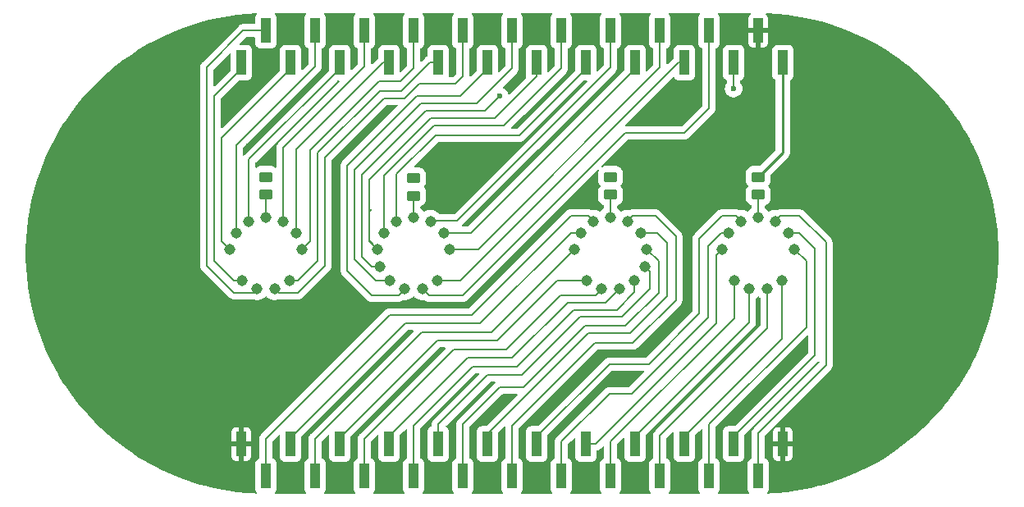
<source format=gbr>
%TF.GenerationSoftware,KiCad,Pcbnew,7.0.5*%
%TF.CreationDate,2023-07-02T13:32:01-04:00*%
%TF.ProjectId,Nixie Clock,4e697869-6520-4436-9c6f-636b2e6b6963,rev?*%
%TF.SameCoordinates,Original*%
%TF.FileFunction,Copper,L2,Bot*%
%TF.FilePolarity,Positive*%
%FSLAX46Y46*%
G04 Gerber Fmt 4.6, Leading zero omitted, Abs format (unit mm)*
G04 Created by KiCad (PCBNEW 7.0.5) date 2023-07-02 13:32:01*
%MOMM*%
%LPD*%
G01*
G04 APERTURE LIST*
G04 Aperture macros list*
%AMRoundRect*
0 Rectangle with rounded corners*
0 $1 Rounding radius*
0 $2 $3 $4 $5 $6 $7 $8 $9 X,Y pos of 4 corners*
0 Add a 4 corners polygon primitive as box body*
4,1,4,$2,$3,$4,$5,$6,$7,$8,$9,$2,$3,0*
0 Add four circle primitives for the rounded corners*
1,1,$1+$1,$2,$3*
1,1,$1+$1,$4,$5*
1,1,$1+$1,$6,$7*
1,1,$1+$1,$8,$9*
0 Add four rect primitives between the rounded corners*
20,1,$1+$1,$2,$3,$4,$5,0*
20,1,$1+$1,$4,$5,$6,$7,0*
20,1,$1+$1,$6,$7,$8,$9,0*
20,1,$1+$1,$8,$9,$2,$3,0*%
G04 Aperture macros list end*
%TA.AperFunction,SMDPad,CuDef*%
%ADD10RoundRect,0.250000X0.450000X-0.262500X0.450000X0.262500X-0.450000X0.262500X-0.450000X-0.262500X0*%
%TD*%
%TA.AperFunction,ComponentPad*%
%ADD11C,1.137920*%
%TD*%
%TA.AperFunction,SMDPad,CuDef*%
%ADD12R,1.000000X2.510000*%
%TD*%
%TA.AperFunction,ViaPad*%
%ADD13C,0.600000*%
%TD*%
%TA.AperFunction,Conductor*%
%ADD14C,0.150000*%
%TD*%
%TA.AperFunction,Conductor*%
%ADD15C,0.200000*%
%TD*%
%TA.AperFunction,Conductor*%
%ADD16C,0.250000*%
%TD*%
G04 APERTURE END LIST*
D10*
%TO.P,R4,1*%
%TO.N,Net-(IN4-PadA)*%
X203200000Y-77747500D03*
%TO.P,R4,2*%
%TO.N,+170v*%
X203200000Y-75922500D03*
%TD*%
%TO.P,R3,1*%
%TO.N,Net-(IN3-PadA)*%
X187960000Y-77747500D03*
%TO.P,R3,2*%
%TO.N,+170v*%
X187960000Y-75922500D03*
%TD*%
%TO.P,R2,1*%
%TO.N,Net-(IN2-PadA)*%
X167640000Y-77874500D03*
%TO.P,R2,2*%
%TO.N,+170v*%
X167640000Y-76049500D03*
%TD*%
%TO.P,R1,1*%
%TO.N,Net-(IN1-PadA)*%
X152400000Y-77747500D03*
%TO.P,R1,2*%
%TO.N,+170v*%
X152400000Y-75922500D03*
%TD*%
D11*
%TO.P,IN2,0,0*%
%TO.N,2_0*%
X169382440Y-80497680D03*
%TO.P,IN2,1,1*%
%TO.N,2_1*%
X165897560Y-80497680D03*
%TO.P,IN2,2,2*%
%TO.N,2_2*%
X170129200Y-86629240D03*
%TO.P,IN2,3,3*%
%TO.N,2_3*%
X163913820Y-83367880D03*
%TO.P,IN2,4,4*%
%TO.N,2_4*%
X165150800Y-86629240D03*
%TO.P,IN2,5,5*%
%TO.N,2_5*%
X166743380Y-87464900D03*
%TO.P,IN2,6,6*%
%TO.N,2_6*%
X168536620Y-87464900D03*
%TO.P,IN2,7,7*%
%TO.N,2_7*%
X164551360Y-81688940D03*
%TO.P,IN2,8,8*%
%TO.N,2_8*%
X171366180Y-83367880D03*
%TO.P,IN2,9,9*%
%TO.N,2_9*%
X170728640Y-81688940D03*
%TO.P,IN2,A,A*%
%TO.N,Net-(IN2-PadA)*%
X167640000Y-80065880D03*
%TO.P,IN2,RHDP,RHDP*%
%TO.N,RDP*%
X164129720Y-85150960D03*
%TD*%
%TO.P,IN1,0,0*%
%TO.N,1_0*%
X154142440Y-80497680D03*
%TO.P,IN1,1,1*%
%TO.N,1_1*%
X150657560Y-80497680D03*
%TO.P,IN1,2,2*%
%TO.N,1_2*%
X154889200Y-86629240D03*
%TO.P,IN1,3,3*%
%TO.N,1_3*%
X148673820Y-83367880D03*
%TO.P,IN1,4,4*%
%TO.N,1_4*%
X149910800Y-86629240D03*
%TO.P,IN1,5,5*%
%TO.N,1_5*%
X151503380Y-87464900D03*
%TO.P,IN1,6,6*%
%TO.N,1_6*%
X153296620Y-87464900D03*
%TO.P,IN1,7,7*%
%TO.N,1_7*%
X149311360Y-81688940D03*
%TO.P,IN1,8,8*%
%TO.N,1_8*%
X156126180Y-83367880D03*
%TO.P,IN1,9,9*%
%TO.N,1_9*%
X155488640Y-81688940D03*
%TO.P,IN1,A,A*%
%TO.N,Net-(IN1-PadA)*%
X152400000Y-80065880D03*
%TD*%
%TO.P,IN4,0,0*%
%TO.N,4_0*%
X204942440Y-80497680D03*
%TO.P,IN4,1,1*%
%TO.N,4_1*%
X201457560Y-80497680D03*
%TO.P,IN4,2,2*%
%TO.N,4_2*%
X205689200Y-86629240D03*
%TO.P,IN4,3,3*%
%TO.N,4_3*%
X199473820Y-83367880D03*
%TO.P,IN4,4,4*%
%TO.N,4_4*%
X200710800Y-86629240D03*
%TO.P,IN4,5,5*%
%TO.N,4_5*%
X202303380Y-87464900D03*
%TO.P,IN4,6,6*%
%TO.N,4_6*%
X204096620Y-87464900D03*
%TO.P,IN4,7,7*%
%TO.N,4_7*%
X200111360Y-81688940D03*
%TO.P,IN4,8,8*%
%TO.N,4_8*%
X206926180Y-83367880D03*
%TO.P,IN4,9,9*%
%TO.N,4_9*%
X206288640Y-81688940D03*
%TO.P,IN4,A,A*%
%TO.N,Net-(IN4-PadA)*%
X203200000Y-80065880D03*
%TD*%
%TO.P,IN3,0,0*%
%TO.N,3_0*%
X189702440Y-80497680D03*
%TO.P,IN3,1,1*%
%TO.N,3_1*%
X186217560Y-80497680D03*
%TO.P,IN3,2,2*%
%TO.N,3_2*%
X190449200Y-86629240D03*
%TO.P,IN3,3,3*%
%TO.N,3_3*%
X184233820Y-83367880D03*
%TO.P,IN3,4,4*%
%TO.N,3_4*%
X185470800Y-86629240D03*
%TO.P,IN3,5,5*%
%TO.N,3_5*%
X187063380Y-87464900D03*
%TO.P,IN3,6,6*%
%TO.N,3_6*%
X188856620Y-87464900D03*
%TO.P,IN3,7,7*%
%TO.N,3_7*%
X184871360Y-81688940D03*
%TO.P,IN3,8,8*%
%TO.N,3_8*%
X191686180Y-83367880D03*
%TO.P,IN3,9,9*%
%TO.N,3_9*%
X191048640Y-81688940D03*
%TO.P,IN3,A,A*%
%TO.N,Net-(IN3-PadA)*%
X187960000Y-80065880D03*
%TO.P,IN3,LHDP,LHDP*%
%TO.N,LDP*%
X191470280Y-85150960D03*
%TD*%
D12*
%TO.P,J1,1,Pin_1*%
%TO.N,+170v*%
X205740000Y-64139000D03*
%TO.P,J1,2,Pin_2*%
%TO.N,GND*%
X203200000Y-60829000D03*
%TO.P,J1,3,Pin_3*%
%TO.N,RDP*%
X200660000Y-64139000D03*
%TO.P,J1,4,Pin_4*%
%TO.N,2_6*%
X198120000Y-60829000D03*
%TO.P,J1,5,Pin_5*%
%TO.N,2_2*%
X195580000Y-64139000D03*
%TO.P,J1,6,Pin_6*%
%TO.N,2_8*%
X193040000Y-60829000D03*
%TO.P,J1,7,Pin_7*%
%TO.N,2_9*%
X190500000Y-64139000D03*
%TO.P,J1,8,Pin_8*%
%TO.N,2_0*%
X187960000Y-60829000D03*
%TO.P,J1,9,Pin_9*%
%TO.N,2_1*%
X185420000Y-64139000D03*
%TO.P,J1,10,Pin_10*%
%TO.N,2_7*%
X182880000Y-60829000D03*
%TO.P,J1,11,Pin_11*%
%TO.N,2_3*%
X180340000Y-64139000D03*
%TO.P,J1,12,Pin_12*%
%TO.N,2_4*%
X177800000Y-60829000D03*
%TO.P,J1,13,Pin_13*%
%TO.N,2_5*%
X175260000Y-64139000D03*
%TO.P,J1,14,Pin_14*%
%TO.N,1_6*%
X172720000Y-60829000D03*
%TO.P,J1,15,Pin_15*%
%TO.N,1_2*%
X170180000Y-64139000D03*
%TO.P,J1,16,Pin_16*%
%TO.N,1_8*%
X167640000Y-60829000D03*
%TO.P,J1,17,Pin_17*%
%TO.N,1_9*%
X165100000Y-64139000D03*
%TO.P,J1,18,Pin_18*%
%TO.N,1_0*%
X162560000Y-60829000D03*
%TO.P,J1,19,Pin_19*%
%TO.N,1_1*%
X160020000Y-64139000D03*
%TO.P,J1,20,Pin_20*%
%TO.N,1_7*%
X157480000Y-60829000D03*
%TO.P,J1,21,Pin_21*%
%TO.N,1_3*%
X154940000Y-64139000D03*
%TO.P,J1,22,Pin_22*%
%TO.N,1_5*%
X152400000Y-60829000D03*
%TO.P,J1,23,Pin_23*%
%TO.N,1_4*%
X149860000Y-64139000D03*
%TD*%
%TO.P,J2,1,Pin_1*%
%TO.N,GND*%
X149860000Y-103501000D03*
%TO.P,J2,2,Pin_2*%
%TO.N,3_1*%
X152400000Y-106811000D03*
%TO.P,J2,3,Pin_3*%
%TO.N,3_7*%
X154940000Y-103501000D03*
%TO.P,J2,4,Pin_4*%
%TO.N,3_3*%
X157480000Y-106811000D03*
%TO.P,J2,5,Pin_5*%
%TO.N,3_4*%
X160020000Y-103501000D03*
%TO.P,J2,6,Pin_6*%
%TO.N,3_5*%
X162560000Y-106811000D03*
%TO.P,J2,7,Pin_7*%
%TO.N,3_6*%
X165100000Y-103501000D03*
%TO.P,J2,8,Pin_8*%
%TO.N,3_2*%
X167640000Y-106811000D03*
%TO.P,J2,9,Pin_9*%
%TO.N,LDP*%
X170180000Y-103501000D03*
%TO.P,J2,10,Pin_10*%
%TO.N,3_8*%
X172720000Y-106811000D03*
%TO.P,J2,11,Pin_11*%
%TO.N,3_9*%
X175260000Y-103501000D03*
%TO.P,J2,12,Pin_12*%
%TO.N,3_0*%
X177800000Y-106811000D03*
%TO.P,J2,13,Pin_13*%
%TO.N,4_1*%
X180340000Y-103501000D03*
%TO.P,J2,14,Pin_14*%
%TO.N,4_7*%
X182880000Y-106811000D03*
%TO.P,J2,15,Pin_15*%
%TO.N,4_3*%
X185420000Y-103501000D03*
%TO.P,J2,16,Pin_16*%
%TO.N,4_4*%
X187960000Y-106811000D03*
%TO.P,J2,17,Pin_17*%
%TO.N,4_5*%
X190500000Y-103501000D03*
%TO.P,J2,18,Pin_18*%
%TO.N,4_6*%
X193040000Y-106811000D03*
%TO.P,J2,19,Pin_19*%
%TO.N,4_2*%
X195580000Y-103501000D03*
%TO.P,J2,20,Pin_20*%
%TO.N,4_8*%
X198120000Y-106811000D03*
%TO.P,J2,21,Pin_21*%
%TO.N,4_9*%
X200660000Y-103501000D03*
%TO.P,J2,22,Pin_22*%
%TO.N,4_0*%
X203200000Y-106811000D03*
%TO.P,J2,23,Pin_23*%
%TO.N,GND*%
X205740000Y-103501000D03*
%TD*%
D13*
%TO.N,+170v*%
X203200000Y-75946000D03*
%TO.N,GND*%
X165100000Y-68961000D03*
X177038000Y-99060000D03*
X200660000Y-100965000D03*
X207518000Y-93980000D03*
X183388000Y-97790000D03*
X191516000Y-93726000D03*
X195961000Y-80899000D03*
X189103000Y-96774000D03*
X185801000Y-77724000D03*
X196850000Y-66421000D03*
X199517000Y-68834000D03*
X170180000Y-73406000D03*
X171323000Y-77978000D03*
X176149000Y-73406000D03*
X150622000Y-72771000D03*
X178054000Y-66167000D03*
X149860000Y-106680000D03*
X154940000Y-106680000D03*
X160020000Y-106680000D03*
X165100000Y-106680000D03*
X170180000Y-106680000D03*
X175260000Y-106680000D03*
X180340000Y-106680000D03*
X185420000Y-106680000D03*
X190500000Y-106680000D03*
X195580000Y-106680000D03*
X200660000Y-106680000D03*
X205740000Y-106680000D03*
X146050000Y-61976000D03*
X144018000Y-77470000D03*
X172466000Y-89154000D03*
X207772000Y-74422000D03*
X204216000Y-72644000D03*
X195580000Y-77724000D03*
X191516000Y-73660000D03*
X194056000Y-69342000D03*
X180340000Y-60960000D03*
X175260000Y-60960000D03*
X170180000Y-60960000D03*
X165100000Y-60960000D03*
X160020000Y-60960000D03*
X154940000Y-60960000D03*
X152400000Y-64262000D03*
X152400000Y-74295000D03*
X147574000Y-65024000D03*
X149352000Y-67564000D03*
X159639000Y-85217000D03*
X159639000Y-77216000D03*
X159639000Y-74549000D03*
X203200000Y-64262000D03*
X205740000Y-60706000D03*
X200660000Y-60706000D03*
X195580000Y-60706000D03*
X185420000Y-60960000D03*
X190500000Y-60960000D03*
%TO.N,RDP*%
X200660000Y-66802000D03*
X176530000Y-67564000D03*
%TO.N,+170v*%
X167640000Y-75946000D03*
X187960000Y-75946000D03*
X152400000Y-75946000D03*
%TD*%
D14*
%TO.N,+170v*%
X152400000Y-76237500D02*
X152400000Y-75946000D01*
D15*
%TO.N,Net-(IN1-PadA)*%
X152400000Y-80065880D02*
X152400000Y-77432500D01*
%TO.N,Net-(IN2-PadA)*%
X167640000Y-77559500D02*
X167640000Y-80065880D01*
D14*
%TO.N,+170v*%
X167640000Y-76364500D02*
X167640000Y-75946000D01*
D15*
%TO.N,Net-(IN3-PadA)*%
X187960000Y-80065880D02*
X187960000Y-77432500D01*
D14*
%TO.N,+170v*%
X187960000Y-76237500D02*
X187960000Y-75946000D01*
D15*
%TO.N,Net-(IN4-PadA)*%
X203200000Y-80065880D02*
X203200000Y-77432500D01*
D14*
%TO.N,+170v*%
X203200000Y-76237500D02*
X203200000Y-75946000D01*
%TO.N,4_0*%
X204942440Y-80497680D02*
X205511399Y-79928721D01*
X205511399Y-79928721D02*
X207436721Y-79928721D01*
X207436721Y-79928721D02*
X210185000Y-82677000D01*
X210185000Y-82677000D02*
X210185000Y-95377000D01*
X210185000Y-95377000D02*
X203200000Y-102362000D01*
X203200000Y-102362000D02*
X203200000Y-106811000D01*
%TO.N,4_9*%
X206288640Y-81688940D02*
X207418940Y-81688940D01*
X207418940Y-81688940D02*
X209042000Y-83312000D01*
X209042000Y-94361000D02*
X200660000Y-102743000D01*
X209042000Y-83312000D02*
X209042000Y-94361000D01*
X200660000Y-102743000D02*
X200660000Y-103501000D01*
%TO.N,4_8*%
X206926180Y-83367880D02*
X208153000Y-84594700D01*
X208153000Y-84594700D02*
X208153000Y-91440000D01*
X208153000Y-91440000D02*
X198120000Y-101473000D01*
X198120000Y-101473000D02*
X198120000Y-106811000D01*
%TO.N,4_2*%
X195580000Y-103501000D02*
X195580000Y-102743000D01*
X195580000Y-102743000D02*
X205689200Y-92633800D01*
X205689200Y-92633800D02*
X205689200Y-86629240D01*
%TO.N,4_6*%
X204096620Y-87464900D02*
X204096620Y-91559380D01*
X204096620Y-91559380D02*
X193040000Y-102616000D01*
X193040000Y-102616000D02*
X193040000Y-106811000D01*
%TO.N,4_1*%
X201457560Y-80497680D02*
X200888601Y-79928721D01*
X199471279Y-79928721D02*
X197104000Y-82296000D01*
X200888601Y-79928721D02*
X199471279Y-79928721D01*
X197104000Y-82296000D02*
X197104000Y-90043000D01*
X187833000Y-95250000D02*
X180340000Y-102743000D01*
X197104000Y-90043000D02*
X191897000Y-95250000D01*
X191897000Y-95250000D02*
X187833000Y-95250000D01*
X180340000Y-102743000D02*
X180340000Y-103501000D01*
%TO.N,4_7*%
X200111360Y-81688940D02*
X199393534Y-81688940D01*
X182880000Y-103251000D02*
X182880000Y-106811000D01*
X199393534Y-81688940D02*
X197993000Y-83089474D01*
X197993000Y-83089474D02*
X197993000Y-90424000D01*
X197993000Y-90424000D02*
X190119000Y-98298000D01*
X190119000Y-98298000D02*
X187833000Y-98298000D01*
X187833000Y-98298000D02*
X182880000Y-103251000D01*
%TO.N,4_3*%
X199473820Y-83367880D02*
X198882000Y-83959700D01*
X198882000Y-83959700D02*
X198882000Y-91059000D01*
X198882000Y-91059000D02*
X186440000Y-103501000D01*
X186440000Y-103501000D02*
X185420000Y-103501000D01*
%TO.N,4_4*%
X187960000Y-106811000D02*
X187960000Y-103251000D01*
X187960000Y-103251000D02*
X200710800Y-90500200D01*
X200710800Y-90500200D02*
X200710800Y-86629240D01*
%TO.N,4_5*%
X202303380Y-87464900D02*
X202303380Y-90939620D01*
X202303380Y-90939620D02*
X190500000Y-102743000D01*
X190500000Y-102743000D02*
X190500000Y-103501000D01*
%TO.N,3_0*%
X189702440Y-80497680D02*
X190271399Y-79928721D01*
X186309000Y-93091000D02*
X177800000Y-101600000D01*
X190271399Y-79928721D02*
X192577721Y-79928721D01*
X194691000Y-88646000D02*
X190246000Y-93091000D01*
X192577721Y-79928721D02*
X194691000Y-82042000D01*
X194691000Y-82042000D02*
X194691000Y-88646000D01*
X190246000Y-93091000D02*
X186309000Y-93091000D01*
X177800000Y-101600000D02*
X177800000Y-106811000D01*
%TO.N,3_9*%
X175260000Y-103501000D02*
X175260000Y-102489000D01*
X175260000Y-102489000D02*
X185674000Y-92075000D01*
X185674000Y-92075000D02*
X189992000Y-92075000D01*
X192758060Y-81696560D02*
X192758060Y-81688940D01*
X189992000Y-92075000D02*
X193802000Y-88265000D01*
X193802000Y-88265000D02*
X193802000Y-82740500D01*
X193802000Y-82740500D02*
X192758060Y-81696560D01*
X192758060Y-81688940D02*
X191048640Y-81688940D01*
%TO.N,3_8*%
X191686180Y-83367880D02*
X192913000Y-84594700D01*
X192913000Y-84594700D02*
X192913000Y-87884000D01*
X192913000Y-87884000D02*
X189484000Y-91313000D01*
X189484000Y-91313000D02*
X185293000Y-91313000D01*
X176530000Y-97663000D02*
X172720000Y-101473000D01*
X185293000Y-91313000D02*
X178943000Y-97663000D01*
X178943000Y-97663000D02*
X176530000Y-97663000D01*
X172720000Y-101473000D02*
X172720000Y-106811000D01*
%TO.N,3_2*%
X190449200Y-86629240D02*
X190449200Y-87807800D01*
X190449200Y-87807800D02*
X188619000Y-89638000D01*
X188619000Y-89638000D02*
X184174000Y-89638000D01*
X184174000Y-89638000D02*
X178308000Y-95504000D01*
X178308000Y-95504000D02*
X173736000Y-95504000D01*
X173736000Y-95504000D02*
X167640000Y-101600000D01*
X167640000Y-101600000D02*
X167640000Y-106811000D01*
%TO.N,LDP*%
X170180000Y-103501000D02*
X170180000Y-101473000D01*
X170180000Y-101473000D02*
X175260000Y-96393000D01*
X175260000Y-96393000D02*
X178816000Y-96393000D01*
X178816000Y-96393000D02*
X184821000Y-90388000D01*
X184821000Y-90388000D02*
X189139000Y-90388000D01*
X189139000Y-90388000D02*
X192039239Y-87487761D01*
X192039239Y-85719919D02*
X191470280Y-85150960D01*
X192039239Y-87487761D02*
X192039239Y-85719919D01*
%TO.N,3_6*%
X165100000Y-103501000D02*
X165100000Y-102743000D01*
X173228000Y-94615000D02*
X177800000Y-94615000D01*
X165100000Y-102743000D02*
X173228000Y-94615000D01*
X177800000Y-94615000D02*
X183527000Y-88888000D01*
X183527000Y-88888000D02*
X187433520Y-88888000D01*
X187433520Y-88888000D02*
X188856620Y-87464900D01*
%TO.N,3_5*%
X187063380Y-87464900D02*
X186390280Y-88138000D01*
X186390280Y-88138000D02*
X182753000Y-88138000D01*
X171770000Y-93726000D02*
X162560000Y-102936000D01*
X162560000Y-102936000D02*
X162560000Y-106811000D01*
X182753000Y-88138000D02*
X177165000Y-93726000D01*
X177165000Y-93726000D02*
X171770000Y-93726000D01*
%TO.N,3_4*%
X185470800Y-86629240D02*
X182483760Y-86629240D01*
X182483760Y-86629240D02*
X176276000Y-92837000D01*
X170053000Y-92837000D02*
X160020000Y-102870000D01*
X176276000Y-92837000D02*
X170053000Y-92837000D01*
X160020000Y-102870000D02*
X160020000Y-103501000D01*
%TO.N,3_3*%
X184233820Y-83367880D02*
X175647350Y-91954350D01*
X175647350Y-91954350D02*
X175641000Y-91948000D01*
X175641000Y-91948000D02*
X168468000Y-91948000D01*
X168468000Y-91948000D02*
X157480000Y-102936000D01*
X157480000Y-102936000D02*
X157480000Y-106811000D01*
%TO.N,3_7*%
X184871360Y-81688940D02*
X183868060Y-81688940D01*
X174498000Y-91059000D02*
X166751000Y-91059000D01*
X183868060Y-81688940D02*
X174498000Y-91059000D01*
X166751000Y-91059000D02*
X154940000Y-102870000D01*
X154940000Y-102870000D02*
X154940000Y-103501000D01*
%TO.N,3_1*%
X186217560Y-80497680D02*
X185648601Y-79928721D01*
X152400000Y-102936000D02*
X152400000Y-106811000D01*
X185648601Y-79928721D02*
X183850279Y-79928721D01*
X183850279Y-79928721D02*
X173609000Y-90170000D01*
X173609000Y-90170000D02*
X165166000Y-90170000D01*
X165166000Y-90170000D02*
X152400000Y-102936000D01*
%TO.N,2_5*%
X166743380Y-87464900D02*
X166070280Y-88138000D01*
X166070280Y-88138000D02*
X163322000Y-88138000D01*
X163322000Y-88138000D02*
X160794000Y-85610000D01*
X160794000Y-85610000D02*
X160794000Y-74753320D01*
X160794000Y-74753320D02*
X167983320Y-67564000D01*
X175260000Y-64770000D02*
X175260000Y-64139000D01*
X167983320Y-67564000D02*
X172466000Y-67564000D01*
X172466000Y-67564000D02*
X175260000Y-64770000D01*
%TO.N,2_0*%
X169382440Y-80497680D02*
X169435140Y-80444980D01*
X187960000Y-64643000D02*
X187960000Y-60829000D01*
X169435140Y-80444980D02*
X172158020Y-80444980D01*
X172158020Y-80444980D02*
X187960000Y-64643000D01*
%TO.N,2_9*%
X170728640Y-81688940D02*
X173581060Y-81688940D01*
X173581060Y-81688940D02*
X190500000Y-64770000D01*
X190500000Y-64770000D02*
X190500000Y-64139000D01*
%TO.N,2_8*%
X171366180Y-83367880D02*
X174315120Y-83367880D01*
X174315120Y-83367880D02*
X193040000Y-64643000D01*
X193040000Y-64643000D02*
X193040000Y-60829000D01*
%TO.N,2_2*%
X170129200Y-86629240D02*
X172450760Y-86629240D01*
X172450760Y-86629240D02*
X194941000Y-64139000D01*
X194941000Y-64139000D02*
X195580000Y-64139000D01*
%TO.N,2_6*%
X168536620Y-87464900D02*
X169209720Y-88138000D01*
X169209720Y-88138000D02*
X172720000Y-88138000D01*
X189484000Y-71374000D02*
X195580000Y-71374000D01*
X172720000Y-88138000D02*
X189484000Y-71374000D01*
X195580000Y-71374000D02*
X198120000Y-68834000D01*
X198120000Y-68834000D02*
X198120000Y-60829000D01*
%TO.N,2_1*%
X165897560Y-80497680D02*
X165897560Y-75656440D01*
X165897560Y-75656440D02*
X169926000Y-71628000D01*
X169926000Y-71628000D02*
X178562000Y-71628000D01*
X178562000Y-71628000D02*
X185420000Y-64770000D01*
X185420000Y-64770000D02*
X185420000Y-64139000D01*
%TO.N,2_7*%
X164551360Y-81688940D02*
X164551360Y-75777300D01*
X182880000Y-64704000D02*
X182880000Y-60829000D01*
X164551360Y-75777300D02*
X169716660Y-70612000D01*
X169716660Y-70612000D02*
X176972000Y-70612000D01*
X176972000Y-70612000D02*
X182880000Y-64704000D01*
%TO.N,2_3*%
X163913820Y-83367880D02*
X163056000Y-82510060D01*
X163056000Y-82510060D02*
X163056000Y-76212000D01*
X163056000Y-76212000D02*
X169407670Y-69860330D01*
X169407670Y-69860330D02*
X176023670Y-69860330D01*
X176023670Y-69860330D02*
X180340000Y-65544000D01*
X180340000Y-65544000D02*
X180340000Y-64139000D01*
%TO.N,RDP*%
X164129720Y-85150960D02*
X163325090Y-85150960D01*
X174983670Y-69110330D02*
X176530000Y-67564000D01*
X163325090Y-85150960D02*
X162306000Y-84131870D01*
X162306000Y-84131870D02*
X162306000Y-75692000D01*
X162306000Y-75692000D02*
X168887670Y-69110330D01*
X168887670Y-69110330D02*
X174983670Y-69110330D01*
%TO.N,2_4*%
X165150800Y-86629240D02*
X163742710Y-86629240D01*
X163742710Y-86629240D02*
X161544000Y-84430530D01*
X168402000Y-68326000D02*
X174178000Y-68326000D01*
X161544000Y-84430530D02*
X161544000Y-75184000D01*
X174178000Y-68326000D02*
X177800000Y-64704000D01*
X161544000Y-75184000D02*
X168402000Y-68326000D01*
X177800000Y-64704000D02*
X177800000Y-60829000D01*
%TO.N,1_6*%
X153296620Y-87464900D02*
X153715720Y-87884000D01*
X153715720Y-87884000D02*
X155702000Y-87884000D01*
X155702000Y-87884000D02*
X158496000Y-85090000D01*
X164604000Y-67806000D02*
X166680660Y-67806000D01*
X158496000Y-85090000D02*
X158496000Y-73914000D01*
X158496000Y-73914000D02*
X164604000Y-67806000D01*
X166680660Y-67806000D02*
X168192660Y-66294000D01*
X172720000Y-65532000D02*
X172720000Y-60829000D01*
X168192660Y-66294000D02*
X171958000Y-66294000D01*
X171958000Y-66294000D02*
X172720000Y-65532000D01*
%TO.N,1_2*%
X154889200Y-86629240D02*
X155693830Y-86629240D01*
X155693830Y-86629240D02*
X157734000Y-84589070D01*
X157734000Y-84589070D02*
X157734000Y-73450660D01*
X157734000Y-73450660D02*
X164128660Y-67056000D01*
X169287000Y-64139000D02*
X170180000Y-64139000D01*
X164128660Y-67056000D02*
X166370000Y-67056000D01*
X166370000Y-67056000D02*
X169287000Y-64139000D01*
%TO.N,1_8*%
X156126180Y-83367880D02*
X156972000Y-82522060D01*
X156972000Y-82522060D02*
X156972000Y-73152000D01*
X156972000Y-73152000D02*
X164055000Y-66069000D01*
X164055000Y-66069000D02*
X166275000Y-66069000D01*
X166275000Y-66069000D02*
X167640000Y-64704000D01*
X167640000Y-64704000D02*
X167640000Y-60829000D01*
%TO.N,RDP*%
X200660000Y-66802000D02*
X200660000Y-64139000D01*
%TO.N,2_3*%
X163913820Y-83367880D02*
X163068000Y-82522060D01*
X163068000Y-82522060D02*
X163068000Y-79502000D01*
X163068000Y-79502000D02*
X163322000Y-79248000D01*
%TO.N,1_1*%
X150657560Y-80497680D02*
X150657560Y-74132440D01*
X150657560Y-74132440D02*
X160020000Y-64770000D01*
X160020000Y-64770000D02*
X160020000Y-64139000D01*
%TO.N,1_0*%
X154142440Y-80497680D02*
X154142440Y-72933560D01*
X154142440Y-72933560D02*
X162560000Y-64516000D01*
X162560000Y-64516000D02*
X162560000Y-60829000D01*
%TO.N,1_9*%
X155488640Y-81688940D02*
X155488640Y-73111360D01*
X155488640Y-73111360D02*
X164461000Y-64139000D01*
X164461000Y-64139000D02*
X165100000Y-64139000D01*
%TO.N,1_3*%
X148673820Y-83367880D02*
X147828000Y-82522060D01*
X147828000Y-71882000D02*
X154940000Y-64770000D01*
X147828000Y-82522060D02*
X147828000Y-71882000D01*
X154940000Y-64770000D02*
X154940000Y-64139000D01*
%TO.N,1_4*%
X149910800Y-86629240D02*
X149106170Y-86629240D01*
X149106170Y-86629240D02*
X147066000Y-84589070D01*
X147066000Y-84589070D02*
X147066000Y-67564000D01*
X147066000Y-67564000D02*
X149860000Y-64770000D01*
%TO.N,1_5*%
X152400000Y-60829000D02*
X150065000Y-60829000D01*
X150065000Y-60829000D02*
X146304000Y-64590000D01*
X146304000Y-85090000D02*
X149087200Y-87873200D01*
X146304000Y-64590000D02*
X146304000Y-85090000D01*
X149087200Y-87873200D02*
X151095080Y-87873200D01*
X151095080Y-87873200D02*
X151503380Y-87464900D01*
%TO.N,1_7*%
X157480000Y-60829000D02*
X157480000Y-64516000D01*
X157480000Y-64516000D02*
X149311360Y-72684640D01*
X149311360Y-72684640D02*
X149311360Y-81688940D01*
D16*
%TO.N,1_4*%
X149860000Y-64139000D02*
X149860000Y-64770000D01*
%TO.N,+170v*%
X205740000Y-73406000D02*
X205740000Y-64139000D01*
X203200000Y-75946000D02*
X205740000Y-73406000D01*
%TD*%
%TA.AperFunction,Conductor*%
%TO.N,GND*%
G36*
X167595113Y-91751813D02*
G01*
X167620423Y-91795650D01*
X167611633Y-91845500D01*
X167599873Y-91860826D01*
X157017566Y-102443131D01*
X157015939Y-102444663D01*
X156970667Y-102484771D01*
X156936305Y-102534551D01*
X156934981Y-102536351D01*
X156897676Y-102583967D01*
X156897672Y-102583975D01*
X156891958Y-102596668D01*
X156885386Y-102608321D01*
X156877481Y-102619775D01*
X156877479Y-102619778D01*
X156856026Y-102676342D01*
X156855172Y-102678405D01*
X156830350Y-102733558D01*
X156830348Y-102733566D01*
X156827841Y-102747245D01*
X156824247Y-102760139D01*
X156819312Y-102773153D01*
X156819311Y-102773157D01*
X156812019Y-102833208D01*
X156811683Y-102835416D01*
X156800781Y-102894912D01*
X156800781Y-102894914D01*
X156800781Y-102894915D01*
X156801027Y-102898975D01*
X156804432Y-102955283D01*
X156804500Y-102957517D01*
X156804500Y-104929271D01*
X156787187Y-104976837D01*
X156758819Y-104997638D01*
X156677158Y-105031464D01*
X156551720Y-105127715D01*
X156551715Y-105127720D01*
X156455464Y-105253158D01*
X156394955Y-105399238D01*
X156379500Y-105516640D01*
X156379500Y-108105359D01*
X156394955Y-108222759D01*
X156394956Y-108222763D01*
X156455463Y-108368840D01*
X156554670Y-108498130D01*
X156553381Y-108499118D01*
X156572002Y-108539050D01*
X156558901Y-108587945D01*
X156517437Y-108616979D01*
X156498284Y-108619500D01*
X153381716Y-108619500D01*
X153334150Y-108602187D01*
X153308840Y-108558350D01*
X153317630Y-108508500D01*
X153325491Y-108498254D01*
X153325330Y-108498130D01*
X153367539Y-108443121D01*
X153424536Y-108368841D01*
X153485044Y-108222762D01*
X153500500Y-108105361D01*
X153500499Y-105516640D01*
X153485044Y-105399238D01*
X153424536Y-105253159D01*
X153383250Y-105199354D01*
X153328284Y-105127720D01*
X153328279Y-105127715D01*
X153202841Y-105031464D01*
X153121181Y-104997638D01*
X153083861Y-104963440D01*
X153075500Y-104929271D01*
X153075500Y-103246452D01*
X153092813Y-103198886D01*
X153097163Y-103194137D01*
X153713174Y-102578125D01*
X153759050Y-102556734D01*
X153807945Y-102569835D01*
X153836979Y-102611299D01*
X153839500Y-102630452D01*
X153839500Y-104795359D01*
X153854955Y-104912759D01*
X153854956Y-104912763D01*
X153915463Y-105058840D01*
X154011715Y-105184279D01*
X154011720Y-105184284D01*
X154031360Y-105199354D01*
X154137159Y-105280536D01*
X154283238Y-105341044D01*
X154400639Y-105356500D01*
X155479360Y-105356499D01*
X155596762Y-105341044D01*
X155742841Y-105280536D01*
X155868282Y-105184282D01*
X155964536Y-105058841D01*
X156025044Y-104912762D01*
X156040500Y-104795361D01*
X156040499Y-102755451D01*
X156057812Y-102707886D01*
X156062162Y-102703137D01*
X167009127Y-91756174D01*
X167055004Y-91734782D01*
X167061454Y-91734500D01*
X167547547Y-91734500D01*
X167595113Y-91751813D01*
G37*
%TD.AperFunction*%
%TA.AperFunction,Conductor*%
G36*
X170897113Y-93529813D02*
G01*
X170922423Y-93573650D01*
X170913633Y-93623500D01*
X170901873Y-93638826D01*
X162097566Y-102443131D01*
X162095939Y-102444663D01*
X162050667Y-102484771D01*
X162016305Y-102534551D01*
X162014981Y-102536351D01*
X161977676Y-102583967D01*
X161977672Y-102583975D01*
X161971958Y-102596668D01*
X161965386Y-102608321D01*
X161957481Y-102619775D01*
X161957479Y-102619778D01*
X161936026Y-102676342D01*
X161935172Y-102678405D01*
X161910350Y-102733558D01*
X161910348Y-102733566D01*
X161907841Y-102747245D01*
X161904247Y-102760139D01*
X161899312Y-102773153D01*
X161899311Y-102773157D01*
X161892019Y-102833208D01*
X161891683Y-102835416D01*
X161880781Y-102894912D01*
X161880781Y-102894914D01*
X161880781Y-102894915D01*
X161881027Y-102898975D01*
X161884432Y-102955283D01*
X161884500Y-102957517D01*
X161884500Y-104929271D01*
X161867187Y-104976837D01*
X161838819Y-104997638D01*
X161757158Y-105031464D01*
X161631720Y-105127715D01*
X161631715Y-105127720D01*
X161535464Y-105253158D01*
X161474955Y-105399238D01*
X161459500Y-105516640D01*
X161459500Y-108105359D01*
X161474955Y-108222759D01*
X161474956Y-108222763D01*
X161535463Y-108368840D01*
X161634670Y-108498130D01*
X161633381Y-108499118D01*
X161652002Y-108539050D01*
X161638901Y-108587945D01*
X161597437Y-108616979D01*
X161578284Y-108619500D01*
X158461716Y-108619500D01*
X158414150Y-108602187D01*
X158388840Y-108558350D01*
X158397630Y-108508500D01*
X158405491Y-108498254D01*
X158405330Y-108498130D01*
X158447539Y-108443121D01*
X158504536Y-108368841D01*
X158565044Y-108222762D01*
X158580500Y-108105361D01*
X158580499Y-105516640D01*
X158565044Y-105399238D01*
X158504536Y-105253159D01*
X158463250Y-105199354D01*
X158408284Y-105127720D01*
X158408279Y-105127715D01*
X158282841Y-105031464D01*
X158201181Y-104997638D01*
X158163861Y-104963440D01*
X158155500Y-104929271D01*
X158155500Y-103246452D01*
X158172813Y-103198886D01*
X158177163Y-103194137D01*
X158793174Y-102578125D01*
X158839050Y-102556734D01*
X158887945Y-102569835D01*
X158916979Y-102611299D01*
X158919500Y-102630452D01*
X158919500Y-104795359D01*
X158934955Y-104912759D01*
X158934956Y-104912763D01*
X158995463Y-105058840D01*
X159091715Y-105184279D01*
X159091720Y-105184284D01*
X159111360Y-105199354D01*
X159217159Y-105280536D01*
X159363238Y-105341044D01*
X159480639Y-105356500D01*
X160559360Y-105356499D01*
X160676762Y-105341044D01*
X160822841Y-105280536D01*
X160948282Y-105184282D01*
X161044536Y-105058841D01*
X161105044Y-104912762D01*
X161120500Y-104795361D01*
X161120499Y-102755451D01*
X161137812Y-102707886D01*
X161142162Y-102703137D01*
X170311126Y-93534174D01*
X170357003Y-93512782D01*
X170363453Y-93512500D01*
X170849547Y-93512500D01*
X170897113Y-93529813D01*
G37*
%TD.AperFunction*%
%TA.AperFunction,Conductor*%
G36*
X166932945Y-101951835D02*
G01*
X166961979Y-101993299D01*
X166964500Y-102012452D01*
X166964500Y-104929271D01*
X166947187Y-104976837D01*
X166918819Y-104997638D01*
X166837158Y-105031464D01*
X166711720Y-105127715D01*
X166711715Y-105127720D01*
X166615464Y-105253158D01*
X166554955Y-105399238D01*
X166539500Y-105516640D01*
X166539500Y-108105359D01*
X166554955Y-108222759D01*
X166554956Y-108222763D01*
X166615463Y-108368840D01*
X166714670Y-108498130D01*
X166713381Y-108499118D01*
X166732002Y-108539050D01*
X166718901Y-108587945D01*
X166677437Y-108616979D01*
X166658284Y-108619500D01*
X163541716Y-108619500D01*
X163494150Y-108602187D01*
X163468840Y-108558350D01*
X163477630Y-108508500D01*
X163485491Y-108498254D01*
X163485330Y-108498130D01*
X163527539Y-108443121D01*
X163584536Y-108368841D01*
X163645044Y-108222762D01*
X163660500Y-108105361D01*
X163660499Y-105516640D01*
X163645044Y-105399238D01*
X163584536Y-105253159D01*
X163543250Y-105199354D01*
X163488284Y-105127720D01*
X163488279Y-105127715D01*
X163362841Y-105031464D01*
X163281181Y-104997638D01*
X163243861Y-104963440D01*
X163235500Y-104929271D01*
X163235500Y-103246451D01*
X163252813Y-103198885D01*
X163257163Y-103194136D01*
X163873175Y-102578124D01*
X163919050Y-102556733D01*
X163967945Y-102569834D01*
X163996979Y-102611298D01*
X163999500Y-102630451D01*
X163999500Y-104795359D01*
X164014955Y-104912759D01*
X164014956Y-104912763D01*
X164075463Y-105058840D01*
X164171715Y-105184279D01*
X164171720Y-105184284D01*
X164191360Y-105199354D01*
X164297159Y-105280536D01*
X164443238Y-105341044D01*
X164560639Y-105356500D01*
X165639360Y-105356499D01*
X165756762Y-105341044D01*
X165902841Y-105280536D01*
X166028282Y-105184282D01*
X166124536Y-105058841D01*
X166185044Y-104912762D01*
X166200500Y-104795361D01*
X166200499Y-102628452D01*
X166217812Y-102580887D01*
X166222173Y-102576127D01*
X166581949Y-102216351D01*
X166838175Y-101960125D01*
X166884050Y-101938734D01*
X166932945Y-101951835D01*
G37*
%TD.AperFunction*%
%TA.AperFunction,Conductor*%
G36*
X174387113Y-96196813D02*
G01*
X174412423Y-96240650D01*
X174403633Y-96290500D01*
X174391873Y-96305826D01*
X169717566Y-100980131D01*
X169715939Y-100981663D01*
X169670667Y-101021771D01*
X169636305Y-101071551D01*
X169634981Y-101073351D01*
X169597676Y-101120967D01*
X169597672Y-101120975D01*
X169591958Y-101133668D01*
X169585386Y-101145321D01*
X169577481Y-101156775D01*
X169577479Y-101156778D01*
X169556026Y-101213342D01*
X169555172Y-101215405D01*
X169530350Y-101270558D01*
X169530348Y-101270566D01*
X169527841Y-101284245D01*
X169524247Y-101297139D01*
X169519312Y-101310153D01*
X169519311Y-101310157D01*
X169512019Y-101370208D01*
X169511683Y-101372416D01*
X169500781Y-101431912D01*
X169504432Y-101492283D01*
X169504500Y-101494517D01*
X169504500Y-101619271D01*
X169487187Y-101666837D01*
X169458819Y-101687638D01*
X169377158Y-101721464D01*
X169251720Y-101817715D01*
X169251715Y-101817720D01*
X169155464Y-101943158D01*
X169094955Y-102089238D01*
X169079500Y-102206640D01*
X169079500Y-104795359D01*
X169094955Y-104912759D01*
X169094956Y-104912763D01*
X169155463Y-105058840D01*
X169251715Y-105184279D01*
X169251720Y-105184284D01*
X169271360Y-105199354D01*
X169377159Y-105280536D01*
X169523238Y-105341044D01*
X169640639Y-105356500D01*
X170719360Y-105356499D01*
X170836762Y-105341044D01*
X170982841Y-105280536D01*
X171108282Y-105184282D01*
X171204536Y-105058841D01*
X171265044Y-104912762D01*
X171280500Y-104795361D01*
X171280499Y-102206640D01*
X171265044Y-102089238D01*
X171204536Y-101943159D01*
X171179439Y-101910452D01*
X171108284Y-101817720D01*
X171108279Y-101817715D01*
X170995463Y-101731148D01*
X170968265Y-101688456D01*
X170974872Y-101638271D01*
X170988182Y-101620117D01*
X175518126Y-97090174D01*
X175564003Y-97068782D01*
X175570453Y-97068500D01*
X175989801Y-97068500D01*
X176037367Y-97085813D01*
X176062677Y-97129650D01*
X176053887Y-97179500D01*
X176045187Y-97191575D01*
X176038661Y-97198941D01*
X176037130Y-97200567D01*
X172257566Y-100980131D01*
X172255939Y-100981663D01*
X172210667Y-101021771D01*
X172176305Y-101071551D01*
X172174981Y-101073351D01*
X172137676Y-101120967D01*
X172137672Y-101120975D01*
X172131958Y-101133668D01*
X172125386Y-101145321D01*
X172117481Y-101156775D01*
X172117479Y-101156778D01*
X172096026Y-101213342D01*
X172095172Y-101215405D01*
X172070350Y-101270558D01*
X172070348Y-101270566D01*
X172067841Y-101284245D01*
X172064247Y-101297139D01*
X172059312Y-101310153D01*
X172059311Y-101310157D01*
X172052019Y-101370208D01*
X172051683Y-101372416D01*
X172040781Y-101431912D01*
X172040781Y-101431914D01*
X172040781Y-101431915D01*
X172044432Y-101492300D01*
X172044499Y-101494517D01*
X172044499Y-104929271D01*
X172027186Y-104976837D01*
X171998819Y-104997638D01*
X171917157Y-105031464D01*
X171791720Y-105127715D01*
X171791715Y-105127720D01*
X171695464Y-105253158D01*
X171634955Y-105399238D01*
X171619500Y-105516640D01*
X171619500Y-108105359D01*
X171634955Y-108222759D01*
X171634956Y-108222763D01*
X171695463Y-108368840D01*
X171794670Y-108498130D01*
X171793381Y-108499118D01*
X171812002Y-108539050D01*
X171798901Y-108587945D01*
X171757437Y-108616979D01*
X171738284Y-108619500D01*
X168621716Y-108619500D01*
X168574150Y-108602187D01*
X168548840Y-108558350D01*
X168557630Y-108508500D01*
X168565491Y-108498254D01*
X168565330Y-108498130D01*
X168607539Y-108443121D01*
X168664536Y-108368841D01*
X168725044Y-108222762D01*
X168740500Y-108105361D01*
X168740499Y-105516640D01*
X168725044Y-105399238D01*
X168664536Y-105253159D01*
X168623250Y-105199354D01*
X168568284Y-105127720D01*
X168568279Y-105127715D01*
X168442841Y-105031464D01*
X168361181Y-104997638D01*
X168323861Y-104963440D01*
X168315500Y-104929271D01*
X168315500Y-101910452D01*
X168332813Y-101862886D01*
X168337174Y-101858126D01*
X173994127Y-96201174D01*
X174040003Y-96179782D01*
X174046453Y-96179500D01*
X174339547Y-96179500D01*
X174387113Y-96196813D01*
G37*
%TD.AperFunction*%
%TA.AperFunction,Conductor*%
G36*
X178324113Y-98355813D02*
G01*
X178349423Y-98399650D01*
X178340633Y-98449500D01*
X178328873Y-98464826D01*
X175169871Y-101623826D01*
X175123995Y-101645218D01*
X175117545Y-101645500D01*
X174720640Y-101645500D01*
X174603240Y-101660955D01*
X174603236Y-101660956D01*
X174457159Y-101721463D01*
X174331720Y-101817715D01*
X174331715Y-101817720D01*
X174235464Y-101943158D01*
X174174955Y-102089238D01*
X174159500Y-102206640D01*
X174159500Y-104795359D01*
X174174955Y-104912759D01*
X174174956Y-104912763D01*
X174235463Y-105058840D01*
X174331715Y-105184279D01*
X174331720Y-105184284D01*
X174351360Y-105199354D01*
X174457159Y-105280536D01*
X174603238Y-105341044D01*
X174720639Y-105356500D01*
X175799360Y-105356499D01*
X175916762Y-105341044D01*
X176062841Y-105280536D01*
X176188282Y-105184282D01*
X176284536Y-105058841D01*
X176345044Y-104912762D01*
X176360500Y-104795361D01*
X176360499Y-102374451D01*
X176377812Y-102326886D01*
X176382162Y-102322137D01*
X176998173Y-101706126D01*
X177044051Y-101684734D01*
X177092945Y-101697835D01*
X177121979Y-101739299D01*
X177124500Y-101758452D01*
X177124499Y-104929271D01*
X177107186Y-104976837D01*
X177078819Y-104997638D01*
X176997157Y-105031464D01*
X176871720Y-105127715D01*
X176871715Y-105127720D01*
X176775464Y-105253158D01*
X176714955Y-105399238D01*
X176699500Y-105516640D01*
X176699500Y-108105359D01*
X176714955Y-108222759D01*
X176714956Y-108222763D01*
X176775463Y-108368840D01*
X176874670Y-108498130D01*
X176873381Y-108499118D01*
X176892002Y-108539050D01*
X176878901Y-108587945D01*
X176837437Y-108616979D01*
X176818284Y-108619500D01*
X173701716Y-108619500D01*
X173654150Y-108602187D01*
X173628840Y-108558350D01*
X173637630Y-108508500D01*
X173645491Y-108498254D01*
X173645330Y-108498130D01*
X173687539Y-108443121D01*
X173744536Y-108368841D01*
X173805044Y-108222762D01*
X173820500Y-108105361D01*
X173820499Y-105516640D01*
X173805044Y-105399238D01*
X173744536Y-105253159D01*
X173703250Y-105199354D01*
X173648284Y-105127720D01*
X173648279Y-105127715D01*
X173522841Y-105031464D01*
X173441181Y-104997638D01*
X173403861Y-104963440D01*
X173395500Y-104929271D01*
X173395500Y-101783452D01*
X173412813Y-101735886D01*
X173417163Y-101731137D01*
X176788126Y-98360174D01*
X176834003Y-98338782D01*
X176840453Y-98338500D01*
X178276547Y-98338500D01*
X178324113Y-98355813D01*
G37*
%TD.AperFunction*%
%TA.AperFunction,Conductor*%
G36*
X202430282Y-59037813D02*
G01*
X202455592Y-59081650D01*
X202446802Y-59131500D01*
X202427063Y-59153740D01*
X202342811Y-59216811D01*
X202256646Y-59331911D01*
X202256645Y-59331912D01*
X202206403Y-59466619D01*
X202206402Y-59466624D01*
X202199999Y-59526171D01*
X202200000Y-60579000D01*
X204200000Y-60579000D01*
X204200000Y-59526171D01*
X204193597Y-59466624D01*
X204193596Y-59466619D01*
X204143354Y-59331912D01*
X204143353Y-59331911D01*
X204057188Y-59216811D01*
X203995260Y-59170451D01*
X203967557Y-59128086D01*
X203973566Y-59077825D01*
X204010477Y-59043186D01*
X204041077Y-59037226D01*
X204185275Y-59040093D01*
X204186631Y-59040148D01*
X205169660Y-59098855D01*
X205170988Y-59098961D01*
X206150884Y-59196702D01*
X206152338Y-59196877D01*
X207127466Y-59333483D01*
X207128908Y-59333714D01*
X208097878Y-59508987D01*
X208099252Y-59509264D01*
X208926921Y-59693233D01*
X209060490Y-59722923D01*
X209061919Y-59723270D01*
X209259953Y-59775630D01*
X210013941Y-59974985D01*
X210015275Y-59975367D01*
X210956508Y-60264723D01*
X210957863Y-60265169D01*
X211886863Y-60591722D01*
X211888222Y-60592231D01*
X212803455Y-60955440D01*
X212804782Y-60955997D01*
X213704896Y-61355324D01*
X213706162Y-61355916D01*
X214158463Y-61578500D01*
X214589690Y-61790714D01*
X214590984Y-61791382D01*
X215456508Y-62260953D01*
X215457737Y-62261651D01*
X216303935Y-62765276D01*
X216305130Y-62766020D01*
X217130646Y-63302895D01*
X217131794Y-63303674D01*
X217655809Y-63674923D01*
X217935292Y-63872929D01*
X217936476Y-63873804D01*
X218094788Y-63995698D01*
X218716691Y-64474541D01*
X218717812Y-64475441D01*
X219473544Y-65106736D01*
X219474595Y-65107650D01*
X220204659Y-65768514D01*
X220205645Y-65769443D01*
X220908833Y-66458787D01*
X220909845Y-66459818D01*
X221516757Y-67104058D01*
X221585048Y-67176549D01*
X221586035Y-67177640D01*
X221941306Y-67586149D01*
X222204761Y-67889084D01*
X222232220Y-67920657D01*
X222233148Y-67921770D01*
X222849294Y-68689905D01*
X222850149Y-68691016D01*
X223289133Y-69285229D01*
X223435239Y-69482999D01*
X223436089Y-69484200D01*
X223989245Y-70298840D01*
X223990041Y-70300063D01*
X224385351Y-70935187D01*
X224510361Y-71136034D01*
X224511113Y-71137298D01*
X224997780Y-71993283D01*
X224998482Y-71994576D01*
X225160138Y-72307219D01*
X225431421Y-72831882D01*
X225450739Y-72869242D01*
X225451375Y-72870534D01*
X225697108Y-73395994D01*
X225868513Y-73762517D01*
X225869102Y-73763844D01*
X226241554Y-74650528D01*
X226250433Y-74671666D01*
X226250976Y-74673034D01*
X226595918Y-75595314D01*
X226596406Y-75596702D01*
X226904413Y-76531979D01*
X226904845Y-76533385D01*
X226936959Y-76645753D01*
X227175419Y-77480143D01*
X227175786Y-77481531D01*
X227408512Y-78438327D01*
X227408832Y-78439764D01*
X227603327Y-79405015D01*
X227603589Y-79406463D01*
X227759559Y-80378706D01*
X227759763Y-80380163D01*
X227832150Y-80984035D01*
X227876959Y-81357850D01*
X227877100Y-81359264D01*
X227919908Y-81896351D01*
X227955335Y-82340851D01*
X227955422Y-82342320D01*
X227970548Y-82722465D01*
X227994569Y-83326221D01*
X227994598Y-83327655D01*
X227994598Y-84312344D01*
X227994569Y-84313779D01*
X227974440Y-84819698D01*
X227955422Y-85297679D01*
X227955335Y-85299148D01*
X227930463Y-85611208D01*
X227883065Y-86205910D01*
X227877103Y-86280710D01*
X227876958Y-86282154D01*
X227848906Y-86516178D01*
X227759763Y-87259836D01*
X227759559Y-87261293D01*
X227603589Y-88233536D01*
X227603327Y-88234984D01*
X227408832Y-89200235D01*
X227408512Y-89201672D01*
X227175786Y-90158468D01*
X227175415Y-90159868D01*
X227055300Y-90580163D01*
X226904845Y-91106614D01*
X226904413Y-91108020D01*
X226596406Y-92043297D01*
X226595918Y-92044685D01*
X226250976Y-92966965D01*
X226250433Y-92968333D01*
X225869110Y-93876137D01*
X225868513Y-93877482D01*
X225594858Y-94462650D01*
X225498980Y-94667672D01*
X225451389Y-94769437D01*
X225450739Y-94770757D01*
X224998482Y-95645423D01*
X224997780Y-95646716D01*
X224511113Y-96502701D01*
X224510361Y-96503965D01*
X223990047Y-97339926D01*
X223989245Y-97341159D01*
X223436089Y-98155799D01*
X223435239Y-98157000D01*
X222850158Y-98948971D01*
X222849275Y-98950117D01*
X222411547Y-99495824D01*
X222233163Y-99718212D01*
X222232220Y-99719342D01*
X221586035Y-100462359D01*
X221585048Y-100463450D01*
X220909863Y-101180162D01*
X220908833Y-101181212D01*
X220653099Y-101431912D01*
X220205671Y-101870530D01*
X220204632Y-101871509D01*
X219701573Y-102326886D01*
X219474620Y-102532327D01*
X219473515Y-102533287D01*
X219357199Y-102630452D01*
X218717812Y-103164558D01*
X218716665Y-103165479D01*
X217936476Y-103766195D01*
X217935292Y-103767070D01*
X217131823Y-104336305D01*
X217130605Y-104337132D01*
X216305162Y-104873959D01*
X216303912Y-104874737D01*
X215457759Y-105378335D01*
X215456480Y-105379062D01*
X214590998Y-105848609D01*
X214589690Y-105849285D01*
X213706197Y-106284067D01*
X213704864Y-106284690D01*
X212804811Y-106683990D01*
X212803455Y-106684559D01*
X211888222Y-107047768D01*
X211886844Y-107048284D01*
X210957883Y-107374823D01*
X210956485Y-107375283D01*
X210015314Y-107664621D01*
X210013899Y-107665026D01*
X209061919Y-107916729D01*
X209060490Y-107917076D01*
X208099296Y-108130726D01*
X208097854Y-108131016D01*
X207128911Y-108306284D01*
X207127458Y-108306517D01*
X206152342Y-108443121D01*
X206150881Y-108443297D01*
X205171035Y-108541034D01*
X205169610Y-108541147D01*
X204470275Y-108582912D01*
X204202363Y-108598912D01*
X204153850Y-108584466D01*
X204125972Y-108542216D01*
X204131774Y-108491930D01*
X204139244Y-108479996D01*
X204167404Y-108443297D01*
X204224536Y-108368841D01*
X204285044Y-108222762D01*
X204300500Y-108105361D01*
X204300499Y-105516640D01*
X204285044Y-105399238D01*
X204224536Y-105253159D01*
X204183250Y-105199354D01*
X204128284Y-105127720D01*
X204128279Y-105127715D01*
X204002841Y-105031464D01*
X203921181Y-104997638D01*
X203883861Y-104963440D01*
X203875500Y-104929271D01*
X203875500Y-103751000D01*
X204740000Y-103751000D01*
X204740000Y-104803828D01*
X204746402Y-104863375D01*
X204746403Y-104863380D01*
X204796645Y-104998087D01*
X204796646Y-104998088D01*
X204882811Y-105113188D01*
X204997911Y-105199353D01*
X204997912Y-105199354D01*
X205132619Y-105249596D01*
X205132624Y-105249597D01*
X205192171Y-105256000D01*
X205490000Y-105256000D01*
X205490000Y-103751000D01*
X205990000Y-103751000D01*
X205990000Y-105256000D01*
X206287829Y-105256000D01*
X206347375Y-105249597D01*
X206347380Y-105249596D01*
X206482087Y-105199354D01*
X206482088Y-105199353D01*
X206597188Y-105113188D01*
X206683353Y-104998088D01*
X206683354Y-104998087D01*
X206733596Y-104863380D01*
X206733597Y-104863375D01*
X206740000Y-104803828D01*
X206740000Y-103751000D01*
X205990000Y-103751000D01*
X205490000Y-103751000D01*
X204740000Y-103751000D01*
X203875500Y-103751000D01*
X203875500Y-103250999D01*
X204739999Y-103250999D01*
X204740000Y-103251000D01*
X205490000Y-103251000D01*
X205490000Y-101746000D01*
X205990000Y-101746000D01*
X205990000Y-103251000D01*
X206740000Y-103251000D01*
X206740000Y-102198171D01*
X206733597Y-102138624D01*
X206733596Y-102138619D01*
X206683354Y-102003912D01*
X206683353Y-102003911D01*
X206597188Y-101888811D01*
X206482088Y-101802646D01*
X206482087Y-101802645D01*
X206347380Y-101752403D01*
X206347375Y-101752402D01*
X206287829Y-101746000D01*
X205990000Y-101746000D01*
X205490000Y-101746000D01*
X205192171Y-101746000D01*
X205132624Y-101752402D01*
X205132619Y-101752403D01*
X204997912Y-101802645D01*
X204997911Y-101802646D01*
X204882811Y-101888811D01*
X204796646Y-102003911D01*
X204796645Y-102003912D01*
X204746403Y-102138619D01*
X204746402Y-102138624D01*
X204740000Y-102198171D01*
X204739999Y-103250999D01*
X203875500Y-103250999D01*
X203875500Y-102672452D01*
X203892813Y-102624886D01*
X203897174Y-102620126D01*
X206799088Y-99718212D01*
X210647456Y-95869843D01*
X210649023Y-95868367D01*
X210694332Y-95828229D01*
X210728698Y-95778439D01*
X210730010Y-95776655D01*
X210767326Y-95729028D01*
X210773036Y-95716341D01*
X210779616Y-95704674D01*
X210787517Y-95693227D01*
X210787518Y-95693226D01*
X210808970Y-95636661D01*
X210809820Y-95634610D01*
X210815272Y-95622493D01*
X210834650Y-95579439D01*
X210837159Y-95565745D01*
X210840752Y-95552857D01*
X210845688Y-95539845D01*
X210852983Y-95479759D01*
X210853315Y-95477585D01*
X210864219Y-95418085D01*
X210860568Y-95357715D01*
X210860500Y-95355481D01*
X210860500Y-82698512D01*
X210860568Y-82696278D01*
X210862582Y-82662975D01*
X210864219Y-82635915D01*
X210856413Y-82593321D01*
X210853315Y-82576412D01*
X210852982Y-82574234D01*
X210845688Y-82514155D01*
X210840751Y-82501138D01*
X210837158Y-82488252D01*
X210834650Y-82474561D01*
X210809822Y-82419396D01*
X210808971Y-82417342D01*
X210787518Y-82360774D01*
X210779613Y-82349322D01*
X210773032Y-82337653D01*
X210767326Y-82324974D01*
X210767325Y-82324973D01*
X210767325Y-82324972D01*
X210741068Y-82291457D01*
X210730012Y-82277344D01*
X210728688Y-82275545D01*
X210694332Y-82225771D01*
X210663297Y-82198276D01*
X210649068Y-82185670D01*
X210647440Y-82184138D01*
X207929589Y-79466288D01*
X207928057Y-79464660D01*
X207887951Y-79419390D01*
X207887948Y-79419388D01*
X207838166Y-79385026D01*
X207836373Y-79383706D01*
X207808625Y-79361967D01*
X207788749Y-79346395D01*
X207787080Y-79345644D01*
X207776052Y-79340679D01*
X207764396Y-79334105D01*
X207752944Y-79326201D01*
X207696384Y-79304749D01*
X207694321Y-79303895D01*
X207639162Y-79279071D01*
X207639153Y-79279068D01*
X207625476Y-79276562D01*
X207612578Y-79272967D01*
X207599565Y-79268032D01*
X207539511Y-79260740D01*
X207537303Y-79260404D01*
X207477808Y-79249502D01*
X207477806Y-79249502D01*
X207466016Y-79250215D01*
X207417436Y-79253153D01*
X207415202Y-79253221D01*
X205532928Y-79253221D01*
X205530694Y-79253153D01*
X205486600Y-79250486D01*
X205470314Y-79249501D01*
X205470313Y-79249501D01*
X205470311Y-79249501D01*
X205410800Y-79260406D01*
X205408594Y-79260742D01*
X205403625Y-79261345D01*
X205348551Y-79268032D01*
X205348550Y-79268033D01*
X205335539Y-79272967D01*
X205322645Y-79276562D01*
X205308959Y-79279070D01*
X205253804Y-79303893D01*
X205251741Y-79304747D01*
X205195177Y-79326200D01*
X205195169Y-79326204D01*
X205187453Y-79331530D01*
X205138471Y-79344298D01*
X205131825Y-79343365D01*
X205050809Y-79328220D01*
X205050806Y-79328220D01*
X204834074Y-79328220D01*
X204834070Y-79328220D01*
X204621028Y-79368045D01*
X204418939Y-79446336D01*
X204418923Y-79446343D01*
X204319022Y-79508199D01*
X204269467Y-79518520D01*
X204224871Y-79494572D01*
X204213825Y-79478268D01*
X204207466Y-79465498D01*
X204198555Y-79447601D01*
X204198554Y-79447600D01*
X204198554Y-79447599D01*
X204198552Y-79447597D01*
X204167489Y-79406463D01*
X204067944Y-79274645D01*
X204066104Y-79272968D01*
X204038091Y-79247430D01*
X203924644Y-79144011D01*
X203901157Y-79099174D01*
X203900500Y-79089340D01*
X203900500Y-78881016D01*
X203917813Y-78833450D01*
X203941621Y-78814722D01*
X203945015Y-78813038D01*
X203945021Y-78813037D01*
X204110753Y-78730842D01*
X204254940Y-78614940D01*
X204370842Y-78470753D01*
X204453037Y-78305021D01*
X204497683Y-78125495D01*
X204500500Y-78083954D01*
X204500500Y-77411046D01*
X204497683Y-77369505D01*
X204453037Y-77189979D01*
X204370842Y-77024247D01*
X204319554Y-76960442D01*
X204255987Y-76881362D01*
X204239679Y-76833442D01*
X204255987Y-76788638D01*
X204295519Y-76739456D01*
X204370842Y-76645753D01*
X204453037Y-76480021D01*
X204497683Y-76300495D01*
X204500500Y-76258954D01*
X204500500Y-75702163D01*
X204517813Y-75654597D01*
X204522174Y-75649837D01*
X205362793Y-74809218D01*
X206211828Y-73960182D01*
X206219951Y-73953163D01*
X206241258Y-73937302D01*
X206274374Y-73897834D01*
X206276546Y-73895464D01*
X206282885Y-73889127D01*
X206302218Y-73864675D01*
X206302885Y-73863857D01*
X206350267Y-73807390D01*
X206350270Y-73807386D01*
X206350273Y-73807383D01*
X206351669Y-73804600D01*
X206359762Y-73791900D01*
X206361689Y-73789464D01*
X206392864Y-73722606D01*
X206393287Y-73721732D01*
X206426388Y-73655825D01*
X206427106Y-73652792D01*
X206432050Y-73638571D01*
X206433362Y-73635758D01*
X206433365Y-73635749D01*
X206438747Y-73609677D01*
X206448276Y-73563526D01*
X206448497Y-73562536D01*
X206465500Y-73490797D01*
X206465500Y-73487680D01*
X206467029Y-73472714D01*
X206467072Y-73472501D01*
X206467659Y-73469663D01*
X206466371Y-73425418D01*
X206465516Y-73395994D01*
X206465500Y-73394918D01*
X206465500Y-66000016D01*
X206482813Y-65952450D01*
X206511180Y-65931650D01*
X206542841Y-65918536D01*
X206668282Y-65822282D01*
X206764536Y-65696841D01*
X206825044Y-65550762D01*
X206840500Y-65433361D01*
X206840499Y-62844640D01*
X206825044Y-62727238D01*
X206764536Y-62581159D01*
X206723250Y-62527354D01*
X206668284Y-62455720D01*
X206668279Y-62455715D01*
X206542841Y-62359464D01*
X206396761Y-62298955D01*
X206306675Y-62287095D01*
X206279361Y-62283500D01*
X206279359Y-62283500D01*
X205200640Y-62283500D01*
X205083240Y-62298955D01*
X205083236Y-62298956D01*
X204937159Y-62359463D01*
X204811720Y-62455715D01*
X204811715Y-62455720D01*
X204715464Y-62581158D01*
X204654955Y-62727238D01*
X204639500Y-62844640D01*
X204639500Y-65433359D01*
X204654955Y-65550759D01*
X204654956Y-65550763D01*
X204715463Y-65696840D01*
X204811715Y-65822279D01*
X204811720Y-65822284D01*
X204937156Y-65918534D01*
X204937159Y-65918536D01*
X204962176Y-65928898D01*
X204968817Y-65931649D01*
X205006138Y-65965846D01*
X205014499Y-66000016D01*
X205014499Y-73074836D01*
X204997186Y-73122402D01*
X204992825Y-73127162D01*
X203332163Y-74787826D01*
X203286287Y-74809218D01*
X203279837Y-74809500D01*
X202676041Y-74809500D01*
X202634509Y-74812316D01*
X202634504Y-74812317D01*
X202634505Y-74812317D01*
X202454979Y-74856963D01*
X202454976Y-74856964D01*
X202454977Y-74856964D01*
X202289245Y-74939159D01*
X202289242Y-74939161D01*
X202145062Y-75055057D01*
X202145057Y-75055062D01*
X202029161Y-75199242D01*
X202029159Y-75199245D01*
X202029158Y-75199246D01*
X202029158Y-75199247D01*
X201946963Y-75364979D01*
X201915380Y-75491977D01*
X201902316Y-75544509D01*
X201899500Y-75586041D01*
X201899500Y-76258958D01*
X201902316Y-76300490D01*
X201902316Y-76300493D01*
X201902317Y-76300495D01*
X201946963Y-76480021D01*
X202029158Y-76645753D01*
X202105101Y-76740230D01*
X202144013Y-76788638D01*
X202160320Y-76836559D01*
X202144013Y-76881362D01*
X202080446Y-76960442D01*
X202029158Y-77024247D01*
X201946963Y-77189979D01*
X201915380Y-77316977D01*
X201902316Y-77369509D01*
X201899500Y-77411041D01*
X201899500Y-78083958D01*
X201902316Y-78125490D01*
X201902316Y-78125493D01*
X201902317Y-78125495D01*
X201946963Y-78305021D01*
X202029158Y-78470753D01*
X202029159Y-78470754D01*
X202029161Y-78470757D01*
X202145057Y-78614937D01*
X202145062Y-78614942D01*
X202266245Y-78712352D01*
X202289247Y-78730842D01*
X202454979Y-78813037D01*
X202454982Y-78813037D01*
X202458378Y-78814722D01*
X202493299Y-78851366D01*
X202499499Y-78881017D01*
X202499499Y-79089326D01*
X202482186Y-79136892D01*
X202475352Y-79144013D01*
X202332058Y-79274642D01*
X202201447Y-79447597D01*
X202201442Y-79447604D01*
X202186173Y-79478269D01*
X202149473Y-79513131D01*
X202098950Y-79516246D01*
X202080976Y-79508199D01*
X202042549Y-79484406D01*
X201981066Y-79446338D01*
X201921416Y-79423229D01*
X201778971Y-79368045D01*
X201565929Y-79328220D01*
X201565926Y-79328220D01*
X201349194Y-79328220D01*
X201349188Y-79328220D01*
X201268173Y-79343365D01*
X201218236Y-79335087D01*
X201212542Y-79331528D01*
X201204824Y-79326201D01*
X201148264Y-79304749D01*
X201146201Y-79303895D01*
X201091042Y-79279071D01*
X201091033Y-79279068D01*
X201077356Y-79276562D01*
X201064458Y-79272967D01*
X201051445Y-79268032D01*
X200991391Y-79260740D01*
X200989183Y-79260404D01*
X200929688Y-79249502D01*
X200929686Y-79249502D01*
X200917896Y-79250215D01*
X200869316Y-79253153D01*
X200867082Y-79253221D01*
X199492798Y-79253221D01*
X199490564Y-79253153D01*
X199446305Y-79250476D01*
X199430194Y-79249502D01*
X199430193Y-79249502D01*
X199430191Y-79249502D01*
X199370695Y-79260404D01*
X199368487Y-79260740D01*
X199308436Y-79268032D01*
X199308432Y-79268033D01*
X199295418Y-79272968D01*
X199282524Y-79276562D01*
X199268845Y-79279069D01*
X199268837Y-79279071D01*
X199213684Y-79303893D01*
X199211621Y-79304747D01*
X199155057Y-79326200D01*
X199155054Y-79326202D01*
X199143600Y-79334107D01*
X199131947Y-79340679D01*
X199119254Y-79346393D01*
X199119246Y-79346397D01*
X199071630Y-79383702D01*
X199069830Y-79385026D01*
X199020050Y-79419388D01*
X198979942Y-79464660D01*
X198978410Y-79466287D01*
X196641566Y-81803131D01*
X196639939Y-81804663D01*
X196594667Y-81844771D01*
X196560305Y-81894551D01*
X196558981Y-81896351D01*
X196521676Y-81943967D01*
X196521672Y-81943975D01*
X196515958Y-81956668D01*
X196509386Y-81968321D01*
X196501481Y-81979775D01*
X196501479Y-81979778D01*
X196480026Y-82036342D01*
X196479172Y-82038405D01*
X196454350Y-82093558D01*
X196454348Y-82093566D01*
X196451841Y-82107245D01*
X196448247Y-82120139D01*
X196443312Y-82133153D01*
X196443311Y-82133157D01*
X196436019Y-82193208D01*
X196435683Y-82195416D01*
X196424781Y-82254912D01*
X196428432Y-82315283D01*
X196428500Y-82317517D01*
X196428500Y-89732546D01*
X196411187Y-89780112D01*
X196406826Y-89784872D01*
X191638873Y-94552826D01*
X191592997Y-94574218D01*
X191586547Y-94574500D01*
X187854519Y-94574500D01*
X187852285Y-94574432D01*
X187808026Y-94571755D01*
X187791915Y-94570781D01*
X187791914Y-94570781D01*
X187791912Y-94570781D01*
X187732416Y-94581683D01*
X187730208Y-94582019D01*
X187670157Y-94589311D01*
X187670153Y-94589312D01*
X187657139Y-94594247D01*
X187644245Y-94597841D01*
X187630566Y-94600348D01*
X187630558Y-94600350D01*
X187575405Y-94625172D01*
X187573342Y-94626026D01*
X187516778Y-94647479D01*
X187516775Y-94647481D01*
X187505321Y-94655386D01*
X187493668Y-94661958D01*
X187480975Y-94667672D01*
X187480971Y-94667674D01*
X187433344Y-94704987D01*
X187431556Y-94706302D01*
X187408915Y-94721930D01*
X187381770Y-94740668D01*
X187341671Y-94785930D01*
X187340139Y-94787557D01*
X180503871Y-101623826D01*
X180457995Y-101645218D01*
X180451545Y-101645500D01*
X179800640Y-101645500D01*
X179683240Y-101660955D01*
X179683236Y-101660956D01*
X179537159Y-101721463D01*
X179411720Y-101817715D01*
X179411715Y-101817720D01*
X179315464Y-101943158D01*
X179254955Y-102089238D01*
X179239500Y-102206640D01*
X179239500Y-104795359D01*
X179254955Y-104912759D01*
X179254956Y-104912763D01*
X179315463Y-105058840D01*
X179411715Y-105184279D01*
X179411720Y-105184284D01*
X179431360Y-105199354D01*
X179537159Y-105280536D01*
X179683238Y-105341044D01*
X179800639Y-105356500D01*
X180879360Y-105356499D01*
X180996762Y-105341044D01*
X181142841Y-105280536D01*
X181268282Y-105184282D01*
X181364536Y-105058841D01*
X181425044Y-104912762D01*
X181440500Y-104795361D01*
X181440499Y-102628451D01*
X181457812Y-102580886D01*
X181462161Y-102576138D01*
X188091127Y-95947174D01*
X188137004Y-95925782D01*
X188143454Y-95925500D01*
X191357547Y-95925500D01*
X191405113Y-95942813D01*
X191430423Y-95986650D01*
X191421633Y-96036500D01*
X191409873Y-96051826D01*
X189860873Y-97600826D01*
X189814997Y-97622218D01*
X189808547Y-97622500D01*
X187854519Y-97622500D01*
X187852285Y-97622432D01*
X187808026Y-97619755D01*
X187791915Y-97618781D01*
X187791914Y-97618781D01*
X187791912Y-97618781D01*
X187732416Y-97629683D01*
X187730208Y-97630019D01*
X187670157Y-97637311D01*
X187670153Y-97637312D01*
X187657139Y-97642247D01*
X187644245Y-97645841D01*
X187630566Y-97648348D01*
X187630558Y-97648350D01*
X187575405Y-97673172D01*
X187573342Y-97674026D01*
X187516778Y-97695479D01*
X187516775Y-97695481D01*
X187505321Y-97703386D01*
X187493668Y-97709958D01*
X187480975Y-97715672D01*
X187480967Y-97715676D01*
X187433351Y-97752981D01*
X187431551Y-97754305D01*
X187381771Y-97788667D01*
X187341663Y-97833939D01*
X187340131Y-97835566D01*
X182417566Y-102758131D01*
X182415939Y-102759663D01*
X182370667Y-102799771D01*
X182336305Y-102849551D01*
X182334981Y-102851351D01*
X182297676Y-102898967D01*
X182297672Y-102898975D01*
X182291958Y-102911668D01*
X182285386Y-102923321D01*
X182277481Y-102934775D01*
X182277479Y-102934778D01*
X182256026Y-102991342D01*
X182255172Y-102993405D01*
X182230350Y-103048558D01*
X182230348Y-103048566D01*
X182227841Y-103062245D01*
X182224247Y-103075139D01*
X182219312Y-103088153D01*
X182219311Y-103088157D01*
X182212019Y-103148208D01*
X182211683Y-103150416D01*
X182200781Y-103209912D01*
X182204432Y-103270283D01*
X182204500Y-103272517D01*
X182204500Y-104929271D01*
X182187187Y-104976837D01*
X182158819Y-104997638D01*
X182077158Y-105031464D01*
X181951720Y-105127715D01*
X181951715Y-105127720D01*
X181855464Y-105253158D01*
X181794955Y-105399238D01*
X181779500Y-105516640D01*
X181779500Y-108105359D01*
X181794955Y-108222759D01*
X181794956Y-108222763D01*
X181855463Y-108368840D01*
X181954670Y-108498130D01*
X181953381Y-108499118D01*
X181972002Y-108539050D01*
X181958901Y-108587945D01*
X181917437Y-108616979D01*
X181898284Y-108619500D01*
X178781716Y-108619500D01*
X178734150Y-108602187D01*
X178708840Y-108558350D01*
X178717630Y-108508500D01*
X178725491Y-108498254D01*
X178725330Y-108498130D01*
X178767539Y-108443121D01*
X178824536Y-108368841D01*
X178885044Y-108222762D01*
X178900500Y-108105361D01*
X178900499Y-105516640D01*
X178885044Y-105399238D01*
X178824536Y-105253159D01*
X178783250Y-105199354D01*
X178728284Y-105127720D01*
X178728279Y-105127715D01*
X178602841Y-105031464D01*
X178521181Y-104997638D01*
X178483861Y-104963440D01*
X178475500Y-104929271D01*
X178475500Y-101910453D01*
X178492813Y-101862887D01*
X178497174Y-101858127D01*
X186567128Y-93788174D01*
X186613004Y-93766782D01*
X186619454Y-93766500D01*
X190224481Y-93766500D01*
X190226715Y-93766568D01*
X190246795Y-93767782D01*
X190287085Y-93770219D01*
X190346588Y-93759314D01*
X190348759Y-93758983D01*
X190408845Y-93751688D01*
X190421857Y-93746752D01*
X190434745Y-93743159D01*
X190448439Y-93740650D01*
X190491493Y-93721272D01*
X190503610Y-93715820D01*
X190505661Y-93714970D01*
X190562226Y-93693518D01*
X190573673Y-93685616D01*
X190585341Y-93679036D01*
X190588905Y-93677431D01*
X190598028Y-93673326D01*
X190645655Y-93636010D01*
X190647442Y-93634696D01*
X190697223Y-93600336D01*
X190697222Y-93600336D01*
X190697229Y-93600332D01*
X190737367Y-93555023D01*
X190738843Y-93553456D01*
X195153465Y-89138835D01*
X195155032Y-89137359D01*
X195200332Y-89097229D01*
X195234693Y-89047446D01*
X195235993Y-89045678D01*
X195273326Y-88998028D01*
X195279036Y-88985341D01*
X195285616Y-88973674D01*
X195293517Y-88962227D01*
X195293518Y-88962226D01*
X195314970Y-88905661D01*
X195315820Y-88903610D01*
X195321272Y-88891493D01*
X195340650Y-88848439D01*
X195343159Y-88834745D01*
X195346752Y-88821857D01*
X195351688Y-88808845D01*
X195358983Y-88748759D01*
X195359315Y-88746585D01*
X195361875Y-88732616D01*
X195370219Y-88687085D01*
X195367726Y-88645865D01*
X195366568Y-88626715D01*
X195366500Y-88624481D01*
X195366500Y-82063517D01*
X195366568Y-82061283D01*
X195368076Y-82036342D01*
X195370219Y-82000915D01*
X195362413Y-81958321D01*
X195359315Y-81941412D01*
X195358982Y-81939234D01*
X195351688Y-81879155D01*
X195346751Y-81866138D01*
X195343158Y-81853252D01*
X195340650Y-81839561D01*
X195315822Y-81784394D01*
X195314975Y-81782351D01*
X195296756Y-81734312D01*
X195293518Y-81725773D01*
X195285612Y-81714318D01*
X195279035Y-81702656D01*
X195273328Y-81689977D01*
X195273326Y-81689972D01*
X195272517Y-81688940D01*
X195236013Y-81642347D01*
X195234696Y-81640557D01*
X195200332Y-81590771D01*
X195200330Y-81590769D01*
X195155059Y-81550662D01*
X195153431Y-81549130D01*
X193070589Y-79466288D01*
X193069057Y-79464660D01*
X193028951Y-79419390D01*
X193028948Y-79419388D01*
X192979166Y-79385026D01*
X192977373Y-79383706D01*
X192949625Y-79361967D01*
X192929749Y-79346395D01*
X192928080Y-79345644D01*
X192917052Y-79340679D01*
X192905396Y-79334105D01*
X192893944Y-79326201D01*
X192837384Y-79304749D01*
X192835321Y-79303895D01*
X192780162Y-79279071D01*
X192780153Y-79279068D01*
X192766476Y-79276562D01*
X192753578Y-79272967D01*
X192740565Y-79268032D01*
X192680511Y-79260740D01*
X192678303Y-79260404D01*
X192618808Y-79249502D01*
X192618806Y-79249502D01*
X192607016Y-79250215D01*
X192558436Y-79253153D01*
X192556202Y-79253221D01*
X190292928Y-79253221D01*
X190290694Y-79253153D01*
X190246600Y-79250486D01*
X190230314Y-79249501D01*
X190230313Y-79249501D01*
X190230311Y-79249501D01*
X190170800Y-79260406D01*
X190168594Y-79260742D01*
X190163625Y-79261345D01*
X190108551Y-79268032D01*
X190108550Y-79268033D01*
X190095539Y-79272967D01*
X190082645Y-79276562D01*
X190068959Y-79279070D01*
X190013804Y-79303893D01*
X190011741Y-79304747D01*
X189955177Y-79326200D01*
X189955169Y-79326204D01*
X189947453Y-79331530D01*
X189898471Y-79344298D01*
X189891825Y-79343365D01*
X189810809Y-79328220D01*
X189810806Y-79328220D01*
X189594074Y-79328220D01*
X189594070Y-79328220D01*
X189381028Y-79368045D01*
X189178939Y-79446336D01*
X189178923Y-79446343D01*
X189079022Y-79508199D01*
X189029467Y-79518520D01*
X188984871Y-79494572D01*
X188973825Y-79478268D01*
X188967466Y-79465498D01*
X188958555Y-79447601D01*
X188958554Y-79447600D01*
X188958554Y-79447599D01*
X188958552Y-79447597D01*
X188927489Y-79406463D01*
X188827944Y-79274645D01*
X188826104Y-79272968D01*
X188684647Y-79144013D01*
X188661158Y-79099173D01*
X188660500Y-79089326D01*
X188660500Y-78881017D01*
X188677813Y-78833451D01*
X188701621Y-78814722D01*
X188705015Y-78813038D01*
X188705021Y-78813037D01*
X188870753Y-78730842D01*
X189014940Y-78614940D01*
X189130842Y-78470753D01*
X189213037Y-78305021D01*
X189257683Y-78125495D01*
X189260500Y-78083954D01*
X189260500Y-77411046D01*
X189257683Y-77369505D01*
X189213037Y-77189979D01*
X189130842Y-77024247D01*
X189079554Y-76960442D01*
X189015987Y-76881362D01*
X188999679Y-76833442D01*
X189015987Y-76788638D01*
X189055519Y-76739456D01*
X189130842Y-76645753D01*
X189213037Y-76480021D01*
X189257683Y-76300495D01*
X189260500Y-76258954D01*
X189260500Y-75586046D01*
X189257683Y-75544505D01*
X189213037Y-75364979D01*
X189130842Y-75199247D01*
X189026940Y-75069988D01*
X189014942Y-75055062D01*
X189014937Y-75055057D01*
X188870757Y-74939161D01*
X188870754Y-74939159D01*
X188870753Y-74939158D01*
X188705021Y-74856963D01*
X188525495Y-74812317D01*
X188525493Y-74812316D01*
X188525490Y-74812316D01*
X188483959Y-74809500D01*
X188483954Y-74809500D01*
X187436046Y-74809500D01*
X187436041Y-74809500D01*
X187394509Y-74812316D01*
X187394504Y-74812317D01*
X187394505Y-74812317D01*
X187214979Y-74856963D01*
X187214976Y-74856964D01*
X187214977Y-74856964D01*
X187106228Y-74910898D01*
X187055922Y-74916522D01*
X187013771Y-74888494D01*
X186999497Y-74839929D01*
X187019779Y-74793551D01*
X187020988Y-74792312D01*
X189742126Y-72071174D01*
X189788003Y-72049782D01*
X189794453Y-72049500D01*
X195558481Y-72049500D01*
X195560715Y-72049568D01*
X195580795Y-72050782D01*
X195621085Y-72053219D01*
X195680588Y-72042314D01*
X195682759Y-72041983D01*
X195742845Y-72034688D01*
X195755857Y-72029752D01*
X195768745Y-72026159D01*
X195782439Y-72023650D01*
X195825493Y-72004272D01*
X195837610Y-71998820D01*
X195839661Y-71997970D01*
X195896226Y-71976518D01*
X195907673Y-71968616D01*
X195919341Y-71962036D01*
X195922905Y-71960431D01*
X195932028Y-71956326D01*
X195979655Y-71919010D01*
X195981442Y-71917696D01*
X196031223Y-71883336D01*
X196031222Y-71883336D01*
X196031229Y-71883332D01*
X196071367Y-71838023D01*
X196072843Y-71836456D01*
X198582465Y-69326835D01*
X198584032Y-69325359D01*
X198629332Y-69285229D01*
X198663723Y-69235402D01*
X198664984Y-69233688D01*
X198702325Y-69186028D01*
X198708032Y-69173344D01*
X198714612Y-69161678D01*
X198722518Y-69150226D01*
X198743975Y-69093646D01*
X198744817Y-69091612D01*
X198769650Y-69036439D01*
X198772159Y-69022745D01*
X198775752Y-69009857D01*
X198780688Y-68996845D01*
X198787983Y-68936759D01*
X198788315Y-68934585D01*
X198799219Y-68875085D01*
X198796866Y-68836197D01*
X198795568Y-68814720D01*
X198795500Y-68812486D01*
X198795500Y-65433359D01*
X199559500Y-65433359D01*
X199574955Y-65550759D01*
X199574956Y-65550763D01*
X199635463Y-65696840D01*
X199731715Y-65822279D01*
X199731720Y-65822284D01*
X199857156Y-65918534D01*
X199857159Y-65918536D01*
X199888817Y-65931649D01*
X199938818Y-65952360D01*
X199976139Y-65986557D01*
X199984500Y-66020727D01*
X199984500Y-66178036D01*
X199967187Y-66225602D01*
X199965493Y-66227551D01*
X199927466Y-66269784D01*
X199832819Y-66433719D01*
X199774327Y-66613738D01*
X199774326Y-66613742D01*
X199774326Y-66613744D01*
X199754540Y-66802000D01*
X199763905Y-66891109D01*
X199774327Y-66990261D01*
X199832819Y-67170280D01*
X199832820Y-67170282D01*
X199832821Y-67170284D01*
X199837068Y-67177640D01*
X199927464Y-67334213D01*
X199927467Y-67334216D01*
X200000530Y-67415361D01*
X200054131Y-67474890D01*
X200207266Y-67586149D01*
X200207271Y-67586152D01*
X200303118Y-67628826D01*
X200380197Y-67663144D01*
X200565354Y-67702500D01*
X200565355Y-67702500D01*
X200754645Y-67702500D01*
X200754646Y-67702500D01*
X200939803Y-67663144D01*
X201112730Y-67586151D01*
X201265871Y-67474888D01*
X201392533Y-67334216D01*
X201487179Y-67170284D01*
X201545674Y-66990256D01*
X201565460Y-66802000D01*
X201545674Y-66613744D01*
X201487179Y-66433716D01*
X201392533Y-66269784D01*
X201354504Y-66227549D01*
X201335544Y-66180619D01*
X201335499Y-66178086D01*
X201335499Y-66020726D01*
X201352812Y-65973161D01*
X201381181Y-65952360D01*
X201462841Y-65918536D01*
X201588282Y-65822282D01*
X201684536Y-65696841D01*
X201745044Y-65550762D01*
X201760500Y-65433361D01*
X201760499Y-62844640D01*
X201745044Y-62727238D01*
X201684536Y-62581159D01*
X201643250Y-62527354D01*
X201588284Y-62455720D01*
X201588279Y-62455715D01*
X201462841Y-62359464D01*
X201316761Y-62298955D01*
X201226675Y-62287095D01*
X201199361Y-62283500D01*
X201199359Y-62283500D01*
X200120640Y-62283500D01*
X200003240Y-62298955D01*
X200003236Y-62298956D01*
X199857159Y-62359463D01*
X199731720Y-62455715D01*
X199731715Y-62455720D01*
X199635464Y-62581158D01*
X199574955Y-62727238D01*
X199559500Y-62844640D01*
X199559500Y-65433359D01*
X198795500Y-65433359D01*
X198795500Y-62710727D01*
X198812813Y-62663161D01*
X198841182Y-62642360D01*
X198922841Y-62608536D01*
X199048282Y-62512282D01*
X199144536Y-62386841D01*
X199205044Y-62240762D01*
X199219385Y-62131828D01*
X202199999Y-62131828D01*
X202206402Y-62191375D01*
X202206403Y-62191380D01*
X202256645Y-62326087D01*
X202256646Y-62326088D01*
X202342811Y-62441188D01*
X202457911Y-62527353D01*
X202457912Y-62527354D01*
X202592619Y-62577596D01*
X202592624Y-62577597D01*
X202652171Y-62584000D01*
X202950000Y-62584000D01*
X202950000Y-61079000D01*
X203450000Y-61079000D01*
X203450000Y-62584000D01*
X203747829Y-62584000D01*
X203807375Y-62577597D01*
X203807380Y-62577596D01*
X203942087Y-62527354D01*
X203942088Y-62527353D01*
X204057188Y-62441188D01*
X204143353Y-62326088D01*
X204143354Y-62326087D01*
X204193596Y-62191380D01*
X204193597Y-62191375D01*
X204200000Y-62131828D01*
X204200000Y-61079000D01*
X203450000Y-61079000D01*
X202950000Y-61079000D01*
X202200000Y-61079000D01*
X202199999Y-62131828D01*
X199219385Y-62131828D01*
X199220500Y-62123361D01*
X199220499Y-59534640D01*
X199205044Y-59417238D01*
X199144536Y-59271159D01*
X199144535Y-59271158D01*
X199045330Y-59141870D01*
X199046618Y-59140881D01*
X199027998Y-59100950D01*
X199041099Y-59052055D01*
X199082563Y-59023021D01*
X199101716Y-59020500D01*
X202382716Y-59020500D01*
X202430282Y-59037813D01*
G37*
%TD.AperFunction*%
%TA.AperFunction,Conductor*%
G36*
X184287945Y-102884834D02*
G01*
X184316978Y-102926298D01*
X184319500Y-102945451D01*
X184319500Y-104795359D01*
X184334955Y-104912759D01*
X184334956Y-104912763D01*
X184395463Y-105058840D01*
X184491715Y-105184279D01*
X184491720Y-105184284D01*
X184511360Y-105199354D01*
X184617159Y-105280536D01*
X184763238Y-105341044D01*
X184880639Y-105356500D01*
X185959360Y-105356499D01*
X186076762Y-105341044D01*
X186222841Y-105280536D01*
X186348282Y-105184282D01*
X186444536Y-105058841D01*
X186505044Y-104912762D01*
X186520500Y-104795361D01*
X186520499Y-104237243D01*
X186537812Y-104189678D01*
X186581649Y-104164368D01*
X186585548Y-104163788D01*
X186602845Y-104161688D01*
X186615857Y-104156752D01*
X186628745Y-104153159D01*
X186642439Y-104150650D01*
X186685493Y-104131272D01*
X186697610Y-104125820D01*
X186699661Y-104124970D01*
X186756226Y-104103518D01*
X186767673Y-104095616D01*
X186779341Y-104089036D01*
X186782905Y-104087431D01*
X186792028Y-104083326D01*
X186839655Y-104046010D01*
X186841442Y-104044696D01*
X186891223Y-104010336D01*
X186891222Y-104010336D01*
X186891229Y-104010332D01*
X186931367Y-103965023D01*
X186932843Y-103963456D01*
X187158175Y-103738124D01*
X187204050Y-103716733D01*
X187252945Y-103729834D01*
X187281979Y-103771298D01*
X187284500Y-103790451D01*
X187284500Y-104929271D01*
X187267187Y-104976837D01*
X187238819Y-104997638D01*
X187157158Y-105031464D01*
X187031720Y-105127715D01*
X187031715Y-105127720D01*
X186935464Y-105253158D01*
X186874955Y-105399238D01*
X186859500Y-105516640D01*
X186859500Y-108105359D01*
X186874955Y-108222759D01*
X186874956Y-108222763D01*
X186935463Y-108368840D01*
X187034670Y-108498130D01*
X187033381Y-108499118D01*
X187052002Y-108539050D01*
X187038901Y-108587945D01*
X186997437Y-108616979D01*
X186978284Y-108619500D01*
X183861716Y-108619500D01*
X183814150Y-108602187D01*
X183788840Y-108558350D01*
X183797630Y-108508500D01*
X183805491Y-108498254D01*
X183805330Y-108498130D01*
X183847539Y-108443121D01*
X183904536Y-108368841D01*
X183965044Y-108222762D01*
X183980500Y-108105361D01*
X183980499Y-105516640D01*
X183965044Y-105399238D01*
X183904536Y-105253159D01*
X183863250Y-105199354D01*
X183808284Y-105127720D01*
X183808279Y-105127715D01*
X183682841Y-105031464D01*
X183601181Y-104997638D01*
X183563861Y-104963440D01*
X183555500Y-104929271D01*
X183555500Y-103561452D01*
X183572813Y-103513886D01*
X183577174Y-103509126D01*
X183876388Y-103209912D01*
X184193175Y-102893124D01*
X184239050Y-102871733D01*
X184287945Y-102884834D01*
G37*
%TD.AperFunction*%
%TA.AperFunction,Conductor*%
G36*
X203245199Y-88271535D02*
G01*
X203249836Y-88275425D01*
X203388844Y-88402147D01*
X203388845Y-88402148D01*
X203388849Y-88402151D01*
X203391568Y-88404204D01*
X203390330Y-88405842D01*
X203417395Y-88440168D01*
X203421119Y-88463348D01*
X203421120Y-91248926D01*
X203403807Y-91296492D01*
X203399446Y-91301252D01*
X192577566Y-102123131D01*
X192575939Y-102124663D01*
X192530667Y-102164771D01*
X192496305Y-102214551D01*
X192494981Y-102216351D01*
X192457676Y-102263967D01*
X192457672Y-102263975D01*
X192451958Y-102276668D01*
X192445386Y-102288321D01*
X192437481Y-102299775D01*
X192437479Y-102299778D01*
X192416026Y-102356342D01*
X192415172Y-102358405D01*
X192390350Y-102413558D01*
X192390348Y-102413566D01*
X192387841Y-102427245D01*
X192384247Y-102440139D01*
X192379312Y-102453153D01*
X192379311Y-102453157D01*
X192372019Y-102513208D01*
X192371683Y-102515416D01*
X192360781Y-102574912D01*
X192364432Y-102635283D01*
X192364500Y-102637517D01*
X192364500Y-104929271D01*
X192347187Y-104976837D01*
X192318819Y-104997638D01*
X192237158Y-105031464D01*
X192111720Y-105127715D01*
X192111715Y-105127720D01*
X192015464Y-105253158D01*
X191954955Y-105399238D01*
X191939500Y-105516640D01*
X191939500Y-108105359D01*
X191954955Y-108222759D01*
X191954956Y-108222763D01*
X192015463Y-108368840D01*
X192114670Y-108498130D01*
X192113381Y-108499118D01*
X192132002Y-108539050D01*
X192118901Y-108587945D01*
X192077437Y-108616979D01*
X192058284Y-108619500D01*
X188941716Y-108619500D01*
X188894150Y-108602187D01*
X188868840Y-108558350D01*
X188877630Y-108508500D01*
X188885491Y-108498254D01*
X188885330Y-108498130D01*
X188927539Y-108443121D01*
X188984536Y-108368841D01*
X189045044Y-108222762D01*
X189060500Y-108105361D01*
X189060499Y-105516640D01*
X189045044Y-105399238D01*
X188984536Y-105253159D01*
X188943250Y-105199354D01*
X188888284Y-105127720D01*
X188888279Y-105127715D01*
X188762841Y-105031464D01*
X188681181Y-104997638D01*
X188643861Y-104963440D01*
X188635500Y-104929271D01*
X188635500Y-103561452D01*
X188652813Y-103513886D01*
X188657163Y-103509137D01*
X189273174Y-102893125D01*
X189319050Y-102871734D01*
X189367945Y-102884835D01*
X189396979Y-102926299D01*
X189399500Y-102945452D01*
X189399500Y-104795359D01*
X189414955Y-104912759D01*
X189414956Y-104912763D01*
X189475463Y-105058840D01*
X189571715Y-105184279D01*
X189571720Y-105184284D01*
X189591360Y-105199354D01*
X189697159Y-105280536D01*
X189843238Y-105341044D01*
X189960639Y-105356500D01*
X191039360Y-105356499D01*
X191156762Y-105341044D01*
X191302841Y-105280536D01*
X191428282Y-105184282D01*
X191524536Y-105058841D01*
X191585044Y-104912762D01*
X191600500Y-104795361D01*
X191600499Y-102628451D01*
X191617812Y-102580886D01*
X191622162Y-102576137D01*
X202765836Y-91432463D01*
X202767403Y-91430987D01*
X202812712Y-91390849D01*
X202847078Y-91341059D01*
X202848390Y-91339275D01*
X202885706Y-91291648D01*
X202891416Y-91278961D01*
X202897996Y-91267294D01*
X202905897Y-91255847D01*
X202905898Y-91255846D01*
X202927350Y-91199281D01*
X202928200Y-91197230D01*
X202937254Y-91177112D01*
X202953030Y-91142059D01*
X202955539Y-91128365D01*
X202959132Y-91115477D01*
X202964068Y-91102465D01*
X202971363Y-91042379D01*
X202971695Y-91040205D01*
X202982599Y-90980705D01*
X202978948Y-90920335D01*
X202978880Y-90918101D01*
X202978880Y-88463348D01*
X202996193Y-88415782D01*
X203008898Y-88404821D01*
X203008432Y-88404204D01*
X203011150Y-88402151D01*
X203011150Y-88402150D01*
X203011156Y-88402147D01*
X203150148Y-88275438D01*
X203196962Y-88256189D01*
X203245199Y-88271535D01*
G37*
%TD.AperFunction*%
%TA.AperFunction,Conductor*%
G36*
X197412945Y-101951835D02*
G01*
X197441979Y-101993299D01*
X197444500Y-102012452D01*
X197444500Y-104929271D01*
X197427187Y-104976837D01*
X197398819Y-104997638D01*
X197317158Y-105031464D01*
X197191720Y-105127715D01*
X197191715Y-105127720D01*
X197095464Y-105253158D01*
X197034955Y-105399238D01*
X197019500Y-105516640D01*
X197019500Y-108105359D01*
X197034955Y-108222759D01*
X197034956Y-108222763D01*
X197095463Y-108368840D01*
X197194670Y-108498130D01*
X197193381Y-108499118D01*
X197212002Y-108539050D01*
X197198901Y-108587945D01*
X197157437Y-108616979D01*
X197138284Y-108619500D01*
X194021716Y-108619500D01*
X193974150Y-108602187D01*
X193948840Y-108558350D01*
X193957630Y-108508500D01*
X193965491Y-108498254D01*
X193965330Y-108498130D01*
X194007539Y-108443121D01*
X194064536Y-108368841D01*
X194125044Y-108222762D01*
X194140500Y-108105361D01*
X194140499Y-105516640D01*
X194125044Y-105399238D01*
X194064536Y-105253159D01*
X194023250Y-105199354D01*
X193968284Y-105127720D01*
X193968279Y-105127715D01*
X193842841Y-105031464D01*
X193761181Y-104997638D01*
X193723861Y-104963440D01*
X193715500Y-104929271D01*
X193715500Y-102926452D01*
X193732813Y-102878886D01*
X193737163Y-102874137D01*
X194353174Y-102258125D01*
X194399050Y-102236734D01*
X194447945Y-102249835D01*
X194476979Y-102291299D01*
X194479500Y-102310452D01*
X194479500Y-104795359D01*
X194494955Y-104912759D01*
X194494956Y-104912763D01*
X194555463Y-105058840D01*
X194651715Y-105184279D01*
X194651720Y-105184284D01*
X194671360Y-105199354D01*
X194777159Y-105280536D01*
X194923238Y-105341044D01*
X195040639Y-105356500D01*
X196119360Y-105356499D01*
X196236762Y-105341044D01*
X196382841Y-105280536D01*
X196508282Y-105184282D01*
X196604536Y-105058841D01*
X196665044Y-104912762D01*
X196680500Y-104795361D01*
X196680499Y-102628452D01*
X196697812Y-102580887D01*
X196702173Y-102576127D01*
X197061949Y-102216351D01*
X197318175Y-101960125D01*
X197364050Y-101938734D01*
X197412945Y-101951835D01*
G37*
%TD.AperFunction*%
%TA.AperFunction,Conductor*%
G36*
X208334945Y-92299835D02*
G01*
X208363979Y-92341299D01*
X208366500Y-92360452D01*
X208366500Y-94050545D01*
X208349187Y-94098111D01*
X208344826Y-94102871D01*
X200823871Y-101623826D01*
X200777995Y-101645218D01*
X200771545Y-101645500D01*
X200120640Y-101645500D01*
X200003240Y-101660955D01*
X200003236Y-101660956D01*
X199857159Y-101721463D01*
X199731720Y-101817715D01*
X199731715Y-101817720D01*
X199635464Y-101943158D01*
X199574955Y-102089238D01*
X199559500Y-102206640D01*
X199559500Y-104795359D01*
X199574955Y-104912759D01*
X199574956Y-104912763D01*
X199635463Y-105058840D01*
X199731715Y-105184279D01*
X199731720Y-105184284D01*
X199751360Y-105199354D01*
X199857159Y-105280536D01*
X200003238Y-105341044D01*
X200120639Y-105356500D01*
X201199360Y-105356499D01*
X201316762Y-105341044D01*
X201462841Y-105280536D01*
X201588282Y-105184282D01*
X201684536Y-105058841D01*
X201745044Y-104912762D01*
X201760500Y-104795361D01*
X201760499Y-102628451D01*
X201777812Y-102580886D01*
X201782162Y-102576137D01*
X209383175Y-94975124D01*
X209429050Y-94953733D01*
X209477945Y-94966834D01*
X209506979Y-95008298D01*
X209509500Y-95027451D01*
X209509500Y-95066545D01*
X209492187Y-95114111D01*
X209487826Y-95118871D01*
X202737566Y-101869131D01*
X202735939Y-101870663D01*
X202690667Y-101910771D01*
X202656305Y-101960551D01*
X202654981Y-101962351D01*
X202617676Y-102009967D01*
X202617672Y-102009975D01*
X202611958Y-102022668D01*
X202605386Y-102034321D01*
X202597481Y-102045775D01*
X202597479Y-102045778D01*
X202576026Y-102102342D01*
X202575172Y-102104405D01*
X202550350Y-102159558D01*
X202550348Y-102159566D01*
X202547841Y-102173245D01*
X202544247Y-102186139D01*
X202539312Y-102199153D01*
X202539311Y-102199157D01*
X202532019Y-102259208D01*
X202531683Y-102261416D01*
X202520781Y-102320912D01*
X202524432Y-102381283D01*
X202524500Y-102383517D01*
X202524500Y-104929271D01*
X202507187Y-104976837D01*
X202478819Y-104997638D01*
X202397158Y-105031464D01*
X202271720Y-105127715D01*
X202271715Y-105127720D01*
X202175464Y-105253158D01*
X202114955Y-105399238D01*
X202099500Y-105516640D01*
X202099500Y-108105359D01*
X202114955Y-108222759D01*
X202114956Y-108222763D01*
X202175463Y-108368840D01*
X202274670Y-108498130D01*
X202273381Y-108499118D01*
X202292002Y-108539050D01*
X202278901Y-108587945D01*
X202237437Y-108616979D01*
X202218284Y-108619500D01*
X199101716Y-108619500D01*
X199054150Y-108602187D01*
X199028840Y-108558350D01*
X199037630Y-108508500D01*
X199045491Y-108498254D01*
X199045330Y-108498130D01*
X199087539Y-108443121D01*
X199144536Y-108368841D01*
X199205044Y-108222762D01*
X199220500Y-108105361D01*
X199220499Y-105516640D01*
X199205044Y-105399238D01*
X199144536Y-105253159D01*
X199103250Y-105199354D01*
X199048284Y-105127720D01*
X199048279Y-105127715D01*
X198922841Y-105031464D01*
X198841180Y-104997638D01*
X198803860Y-104963440D01*
X198795499Y-104929275D01*
X198795499Y-101783451D01*
X198812812Y-101735886D01*
X198817162Y-101731137D01*
X208240175Y-92308125D01*
X208286050Y-92286734D01*
X208334945Y-92299835D01*
G37*
%TD.AperFunction*%
%TA.AperFunction,Conductor*%
G36*
X151446149Y-59055533D02*
G01*
X151474027Y-59097783D01*
X151468225Y-59148069D01*
X151460756Y-59160003D01*
X151410574Y-59225401D01*
X151375464Y-59271159D01*
X151375463Y-59271160D01*
X151375463Y-59271161D01*
X151314955Y-59417238D01*
X151299500Y-59534640D01*
X151299500Y-60079500D01*
X151282187Y-60127066D01*
X151238350Y-60152376D01*
X151225500Y-60153500D01*
X150086519Y-60153500D01*
X150084285Y-60153432D01*
X150040026Y-60150755D01*
X150023915Y-60149781D01*
X150023914Y-60149781D01*
X150023912Y-60149781D01*
X149964416Y-60160683D01*
X149962208Y-60161019D01*
X149902157Y-60168311D01*
X149902153Y-60168312D01*
X149889139Y-60173247D01*
X149876245Y-60176841D01*
X149862566Y-60179348D01*
X149862558Y-60179350D01*
X149807405Y-60204172D01*
X149805342Y-60205026D01*
X149748778Y-60226479D01*
X149748775Y-60226481D01*
X149737321Y-60234386D01*
X149725668Y-60240958D01*
X149712975Y-60246672D01*
X149712971Y-60246674D01*
X149665344Y-60283987D01*
X149663556Y-60285302D01*
X149640915Y-60300930D01*
X149613770Y-60319668D01*
X149573671Y-60364930D01*
X149572139Y-60366557D01*
X145841566Y-64097131D01*
X145839939Y-64098663D01*
X145794667Y-64138771D01*
X145760305Y-64188551D01*
X145758981Y-64190351D01*
X145721676Y-64237967D01*
X145721672Y-64237975D01*
X145715958Y-64250668D01*
X145709386Y-64262321D01*
X145701481Y-64273775D01*
X145701479Y-64273778D01*
X145680026Y-64330342D01*
X145679172Y-64332405D01*
X145654350Y-64387558D01*
X145654348Y-64387566D01*
X145651841Y-64401245D01*
X145648247Y-64414139D01*
X145643312Y-64427153D01*
X145643311Y-64427157D01*
X145636019Y-64487208D01*
X145635683Y-64489416D01*
X145624781Y-64548912D01*
X145628432Y-64609283D01*
X145628500Y-64611517D01*
X145628500Y-85068481D01*
X145628432Y-85070715D01*
X145624781Y-85131085D01*
X145635683Y-85190582D01*
X145636019Y-85192790D01*
X145643311Y-85252843D01*
X145643311Y-85252844D01*
X145648246Y-85265857D01*
X145651841Y-85278755D01*
X145654347Y-85292432D01*
X145654350Y-85292441D01*
X145679174Y-85347600D01*
X145680028Y-85349663D01*
X145701480Y-85406223D01*
X145709384Y-85417675D01*
X145715958Y-85429331D01*
X145718696Y-85435412D01*
X145721674Y-85442028D01*
X145731361Y-85454392D01*
X145758985Y-85489652D01*
X145760303Y-85491442D01*
X145765937Y-85499605D01*
X145794669Y-85541230D01*
X145839939Y-85581336D01*
X145841567Y-85582868D01*
X148594338Y-88335640D01*
X148595870Y-88337268D01*
X148635971Y-88382532D01*
X148685746Y-88416889D01*
X148687546Y-88418214D01*
X148715569Y-88440168D01*
X148735172Y-88455526D01*
X148741887Y-88458548D01*
X148747856Y-88461235D01*
X148759518Y-88467812D01*
X148770973Y-88475718D01*
X148778615Y-88478616D01*
X148827551Y-88497175D01*
X148829594Y-88498022D01*
X148884761Y-88522850D01*
X148898452Y-88525358D01*
X148911338Y-88528951D01*
X148924355Y-88533888D01*
X148984434Y-88541182D01*
X148986612Y-88541515D01*
X149003521Y-88544613D01*
X149046115Y-88552419D01*
X149087904Y-88549891D01*
X149106485Y-88548768D01*
X149108719Y-88548700D01*
X151049825Y-88548700D01*
X151076556Y-88553696D01*
X151094853Y-88560785D01*
X151181965Y-88594533D01*
X151181971Y-88594535D01*
X151395014Y-88634360D01*
X151611746Y-88634360D01*
X151824789Y-88594535D01*
X152026886Y-88516242D01*
X152211156Y-88402147D01*
X152350148Y-88275438D01*
X152396962Y-88256189D01*
X152445199Y-88271535D01*
X152449836Y-88275425D01*
X152588844Y-88402147D01*
X152773114Y-88516242D01*
X152945386Y-88582980D01*
X152975205Y-88594533D01*
X152975211Y-88594535D01*
X153188254Y-88634360D01*
X153404986Y-88634360D01*
X153618029Y-88594535D01*
X153692594Y-88565647D01*
X153714857Y-88560785D01*
X153735019Y-88559566D01*
X153737239Y-88559500D01*
X155680481Y-88559500D01*
X155682715Y-88559568D01*
X155702795Y-88560782D01*
X155743085Y-88563219D01*
X155802588Y-88552314D01*
X155804759Y-88551983D01*
X155864845Y-88544688D01*
X155877857Y-88539752D01*
X155890745Y-88536159D01*
X155904439Y-88533650D01*
X155947493Y-88514272D01*
X155959610Y-88508820D01*
X155961661Y-88507970D01*
X156018226Y-88486518D01*
X156029673Y-88478616D01*
X156041341Y-88472036D01*
X156050726Y-88467812D01*
X156054028Y-88466326D01*
X156101655Y-88429010D01*
X156103442Y-88427696D01*
X156135104Y-88405842D01*
X156153229Y-88393332D01*
X156193367Y-88348023D01*
X156194843Y-88346456D01*
X158958456Y-85582843D01*
X158960023Y-85581367D01*
X159005332Y-85541229D01*
X159039698Y-85491439D01*
X159041013Y-85489652D01*
X159078326Y-85442028D01*
X159084036Y-85429341D01*
X159090616Y-85417674D01*
X159098517Y-85406227D01*
X159098518Y-85406226D01*
X159119970Y-85349661D01*
X159120820Y-85347610D01*
X159126272Y-85335493D01*
X159145650Y-85292439D01*
X159148159Y-85278745D01*
X159151752Y-85265857D01*
X159156688Y-85252845D01*
X159163983Y-85192759D01*
X159164315Y-85190585D01*
X159165844Y-85182240D01*
X159175219Y-85131085D01*
X159171568Y-85070715D01*
X159171500Y-85068481D01*
X159171500Y-74224453D01*
X159188813Y-74176887D01*
X159193174Y-74172127D01*
X164862128Y-68503174D01*
X164908004Y-68481782D01*
X164914454Y-68481500D01*
X165931867Y-68481500D01*
X165979433Y-68498813D01*
X166004743Y-68542650D01*
X165995953Y-68592500D01*
X165984193Y-68607826D01*
X160331566Y-74260451D01*
X160329939Y-74261983D01*
X160284667Y-74302091D01*
X160250305Y-74351871D01*
X160248981Y-74353671D01*
X160211676Y-74401287D01*
X160211672Y-74401295D01*
X160205958Y-74413988D01*
X160199386Y-74425641D01*
X160191481Y-74437095D01*
X160191479Y-74437098D01*
X160170026Y-74493662D01*
X160169172Y-74495725D01*
X160144350Y-74550878D01*
X160144348Y-74550886D01*
X160141841Y-74564565D01*
X160138247Y-74577459D01*
X160133312Y-74590473D01*
X160133311Y-74590477D01*
X160126019Y-74650528D01*
X160125683Y-74652736D01*
X160114781Y-74712232D01*
X160118432Y-74772603D01*
X160118500Y-74774837D01*
X160118500Y-85588481D01*
X160118432Y-85590715D01*
X160114781Y-85651085D01*
X160125683Y-85710582D01*
X160126019Y-85712790D01*
X160133311Y-85772843D01*
X160133311Y-85772844D01*
X160138246Y-85785857D01*
X160141841Y-85798755D01*
X160144347Y-85812432D01*
X160144350Y-85812441D01*
X160169174Y-85867600D01*
X160170028Y-85869663D01*
X160191480Y-85926223D01*
X160199384Y-85937675D01*
X160205958Y-85949331D01*
X160210923Y-85960359D01*
X160211674Y-85962028D01*
X160221990Y-85975195D01*
X160248985Y-86009652D01*
X160250306Y-86011447D01*
X160283515Y-86059559D01*
X160284669Y-86061230D01*
X160329939Y-86101336D01*
X160331567Y-86102868D01*
X162829130Y-88600431D01*
X162830662Y-88602059D01*
X162870769Y-88647330D01*
X162870771Y-88647332D01*
X162920557Y-88681696D01*
X162922340Y-88683008D01*
X162969972Y-88720326D01*
X162976687Y-88723348D01*
X162982656Y-88726035D01*
X162994318Y-88732612D01*
X163005773Y-88740518D01*
X163021771Y-88746585D01*
X163062351Y-88761975D01*
X163064394Y-88762822D01*
X163119561Y-88787650D01*
X163133252Y-88790158D01*
X163146138Y-88793751D01*
X163159155Y-88798688D01*
X163219234Y-88805982D01*
X163221412Y-88806315D01*
X163235219Y-88808845D01*
X163280915Y-88817219D01*
X163322704Y-88814691D01*
X163341285Y-88813568D01*
X163343519Y-88813500D01*
X166048761Y-88813500D01*
X166050995Y-88813568D01*
X166071075Y-88814782D01*
X166111365Y-88817219D01*
X166170868Y-88806314D01*
X166173039Y-88805983D01*
X166233125Y-88798688D01*
X166246137Y-88793752D01*
X166259025Y-88790159D01*
X166272719Y-88787650D01*
X166315773Y-88768272D01*
X166327890Y-88762820D01*
X166329941Y-88761970D01*
X166386506Y-88740518D01*
X166397953Y-88732616D01*
X166409621Y-88726036D01*
X166413185Y-88724431D01*
X166422308Y-88720326D01*
X166469935Y-88683010D01*
X166471722Y-88681696D01*
X166521503Y-88647336D01*
X166521502Y-88647336D01*
X166521509Y-88647332D01*
X166521514Y-88647325D01*
X166524857Y-88644365D01*
X166526186Y-88645865D01*
X166564166Y-88625251D01*
X166588689Y-88625699D01*
X166635014Y-88634360D01*
X166851746Y-88634360D01*
X167064789Y-88594535D01*
X167266886Y-88516242D01*
X167451156Y-88402147D01*
X167590148Y-88275438D01*
X167636962Y-88256189D01*
X167685199Y-88271535D01*
X167689836Y-88275425D01*
X167828844Y-88402147D01*
X168013114Y-88516242D01*
X168185386Y-88582980D01*
X168215205Y-88594533D01*
X168215211Y-88594535D01*
X168428254Y-88634360D01*
X168644986Y-88634360D01*
X168691308Y-88625700D01*
X168741245Y-88633977D01*
X168754704Y-88644851D01*
X168755138Y-88644362D01*
X168758485Y-88647327D01*
X168758489Y-88647329D01*
X168758491Y-88647332D01*
X168808277Y-88681696D01*
X168810060Y-88683008D01*
X168857692Y-88720326D01*
X168864407Y-88723348D01*
X168870376Y-88726035D01*
X168882038Y-88732612D01*
X168893493Y-88740518D01*
X168909491Y-88746585D01*
X168950071Y-88761975D01*
X168952114Y-88762822D01*
X169007281Y-88787650D01*
X169020972Y-88790158D01*
X169033858Y-88793751D01*
X169046875Y-88798688D01*
X169106954Y-88805982D01*
X169109132Y-88806315D01*
X169122939Y-88808845D01*
X169168635Y-88817219D01*
X169210424Y-88814691D01*
X169229005Y-88813568D01*
X169231239Y-88813500D01*
X172698481Y-88813500D01*
X172700715Y-88813568D01*
X172720795Y-88814782D01*
X172761085Y-88817219D01*
X172820588Y-88806314D01*
X172822759Y-88805983D01*
X172882845Y-88798688D01*
X172895857Y-88793752D01*
X172908745Y-88790159D01*
X172922439Y-88787650D01*
X172965493Y-88768272D01*
X172977610Y-88762820D01*
X172979661Y-88761970D01*
X173036226Y-88740518D01*
X173047673Y-88732616D01*
X173059341Y-88726036D01*
X173062905Y-88724431D01*
X173072028Y-88720326D01*
X173119655Y-88683010D01*
X173121442Y-88681696D01*
X173171223Y-88647336D01*
X173171222Y-88647336D01*
X173171229Y-88647332D01*
X173211367Y-88602023D01*
X173212843Y-88600456D01*
X186642278Y-75171022D01*
X186688153Y-75149631D01*
X186737048Y-75162732D01*
X186766082Y-75204196D01*
X186761670Y-75254623D01*
X186760898Y-75256228D01*
X186706963Y-75364979D01*
X186675380Y-75491977D01*
X186662316Y-75544509D01*
X186659500Y-75586041D01*
X186659500Y-76258958D01*
X186662316Y-76300490D01*
X186662316Y-76300493D01*
X186662317Y-76300495D01*
X186706963Y-76480021D01*
X186789158Y-76645753D01*
X186865101Y-76740230D01*
X186904013Y-76788638D01*
X186920320Y-76836559D01*
X186904013Y-76881362D01*
X186840446Y-76960442D01*
X186789158Y-77024247D01*
X186706963Y-77189979D01*
X186675380Y-77316977D01*
X186662316Y-77369509D01*
X186659500Y-77411041D01*
X186659500Y-78083958D01*
X186662316Y-78125490D01*
X186662316Y-78125493D01*
X186662317Y-78125495D01*
X186706963Y-78305021D01*
X186789158Y-78470753D01*
X186789159Y-78470754D01*
X186789161Y-78470757D01*
X186905057Y-78614937D01*
X186905062Y-78614942D01*
X187026245Y-78712352D01*
X187049247Y-78730842D01*
X187214979Y-78813037D01*
X187214983Y-78813038D01*
X187218379Y-78814722D01*
X187253300Y-78851366D01*
X187259500Y-78881017D01*
X187259500Y-79089326D01*
X187242187Y-79136892D01*
X187235353Y-79144013D01*
X187092058Y-79274642D01*
X186961447Y-79447597D01*
X186961442Y-79447604D01*
X186946173Y-79478269D01*
X186909473Y-79513131D01*
X186858950Y-79516246D01*
X186840976Y-79508199D01*
X186802549Y-79484406D01*
X186741066Y-79446338D01*
X186681416Y-79423229D01*
X186538971Y-79368045D01*
X186325929Y-79328220D01*
X186325926Y-79328220D01*
X186109194Y-79328220D01*
X186109188Y-79328220D01*
X186028173Y-79343365D01*
X185978236Y-79335087D01*
X185972542Y-79331528D01*
X185964824Y-79326201D01*
X185908264Y-79304749D01*
X185906201Y-79303895D01*
X185851042Y-79279071D01*
X185851033Y-79279068D01*
X185837356Y-79276562D01*
X185824458Y-79272967D01*
X185811445Y-79268032D01*
X185751391Y-79260740D01*
X185749183Y-79260404D01*
X185689688Y-79249502D01*
X185689686Y-79249502D01*
X185677896Y-79250215D01*
X185629316Y-79253153D01*
X185627082Y-79253221D01*
X183871798Y-79253221D01*
X183869564Y-79253153D01*
X183825305Y-79250476D01*
X183809194Y-79249502D01*
X183809193Y-79249502D01*
X183809191Y-79249502D01*
X183749695Y-79260404D01*
X183747487Y-79260740D01*
X183687436Y-79268032D01*
X183687432Y-79268033D01*
X183674418Y-79272968D01*
X183661524Y-79276562D01*
X183647845Y-79279069D01*
X183647837Y-79279071D01*
X183592684Y-79303893D01*
X183590621Y-79304747D01*
X183534057Y-79326200D01*
X183534054Y-79326202D01*
X183522600Y-79334107D01*
X183510947Y-79340679D01*
X183498254Y-79346393D01*
X183498246Y-79346397D01*
X183450630Y-79383702D01*
X183448830Y-79385026D01*
X183399050Y-79419388D01*
X183358942Y-79464660D01*
X183357410Y-79466287D01*
X173350873Y-89472826D01*
X173304997Y-89494218D01*
X173298547Y-89494500D01*
X165187519Y-89494500D01*
X165185285Y-89494432D01*
X165141026Y-89491755D01*
X165124915Y-89490781D01*
X165124914Y-89490781D01*
X165124912Y-89490781D01*
X165065416Y-89501683D01*
X165063208Y-89502019D01*
X165003157Y-89509311D01*
X165003153Y-89509312D01*
X164990139Y-89514247D01*
X164977245Y-89517841D01*
X164963566Y-89520348D01*
X164963558Y-89520350D01*
X164908405Y-89545172D01*
X164906342Y-89546026D01*
X164849778Y-89567479D01*
X164849775Y-89567481D01*
X164838321Y-89575386D01*
X164826668Y-89581958D01*
X164813975Y-89587672D01*
X164813971Y-89587674D01*
X164766344Y-89624987D01*
X164764556Y-89626302D01*
X164741915Y-89641930D01*
X164714770Y-89660668D01*
X164674671Y-89705930D01*
X164673139Y-89707557D01*
X151937566Y-102443131D01*
X151935939Y-102444663D01*
X151890667Y-102484771D01*
X151856305Y-102534551D01*
X151854981Y-102536351D01*
X151817676Y-102583967D01*
X151817672Y-102583975D01*
X151811958Y-102596668D01*
X151805386Y-102608321D01*
X151797481Y-102619775D01*
X151797479Y-102619778D01*
X151776026Y-102676342D01*
X151775172Y-102678405D01*
X151750350Y-102733558D01*
X151750348Y-102733566D01*
X151747841Y-102747245D01*
X151744247Y-102760139D01*
X151739312Y-102773153D01*
X151739311Y-102773157D01*
X151732019Y-102833208D01*
X151731683Y-102835416D01*
X151720781Y-102894912D01*
X151720781Y-102894914D01*
X151720781Y-102894915D01*
X151721027Y-102898975D01*
X151724432Y-102955283D01*
X151724500Y-102957517D01*
X151724500Y-104929271D01*
X151707187Y-104976837D01*
X151678819Y-104997638D01*
X151597158Y-105031464D01*
X151471720Y-105127715D01*
X151471715Y-105127720D01*
X151375464Y-105253158D01*
X151314955Y-105399238D01*
X151299500Y-105516640D01*
X151299500Y-108105359D01*
X151314955Y-108222759D01*
X151314956Y-108222763D01*
X151375463Y-108368840D01*
X151460755Y-108479996D01*
X151475977Y-108528272D01*
X151456605Y-108575038D01*
X151411706Y-108598411D01*
X151397636Y-108598912D01*
X151178790Y-108585842D01*
X150430385Y-108541147D01*
X150428964Y-108541034D01*
X149449118Y-108443297D01*
X149447657Y-108443121D01*
X148472541Y-108306517D01*
X148471088Y-108306284D01*
X147502145Y-108131016D01*
X147500710Y-108130727D01*
X147272513Y-108080005D01*
X146539509Y-107917076D01*
X146538080Y-107916729D01*
X145712961Y-107698568D01*
X145586091Y-107665023D01*
X145584685Y-107664621D01*
X144643514Y-107375283D01*
X144642116Y-107374823D01*
X143713155Y-107048284D01*
X143711777Y-107047768D01*
X142796544Y-106684559D01*
X142795188Y-106683990D01*
X141895126Y-106284685D01*
X141893815Y-106284073D01*
X141645587Y-106161916D01*
X141010309Y-105849285D01*
X141009001Y-105848609D01*
X140180708Y-105399238D01*
X140143508Y-105379056D01*
X140142240Y-105378335D01*
X140079583Y-105341044D01*
X139296078Y-104874731D01*
X139294855Y-104873970D01*
X138469364Y-104337112D01*
X138468194Y-104336317D01*
X138008069Y-104010332D01*
X137664707Y-103767070D01*
X137663523Y-103766195D01*
X137643788Y-103751000D01*
X148860000Y-103751000D01*
X148860000Y-104803828D01*
X148866402Y-104863375D01*
X148866403Y-104863380D01*
X148916645Y-104998087D01*
X148916646Y-104998088D01*
X149002811Y-105113188D01*
X149117911Y-105199353D01*
X149117912Y-105199354D01*
X149252619Y-105249596D01*
X149252624Y-105249597D01*
X149312171Y-105256000D01*
X149610000Y-105256000D01*
X149610000Y-103751000D01*
X150110000Y-103751000D01*
X150110000Y-105256000D01*
X150407829Y-105256000D01*
X150467375Y-105249597D01*
X150467380Y-105249596D01*
X150602087Y-105199354D01*
X150602088Y-105199353D01*
X150717188Y-105113188D01*
X150803353Y-104998088D01*
X150803354Y-104998087D01*
X150853596Y-104863380D01*
X150853597Y-104863375D01*
X150860000Y-104803828D01*
X150860000Y-103751000D01*
X150110000Y-103751000D01*
X149610000Y-103751000D01*
X148860000Y-103751000D01*
X137643788Y-103751000D01*
X137327956Y-103507821D01*
X136994406Y-103251000D01*
X148860000Y-103251000D01*
X149610000Y-103251000D01*
X149610000Y-101746000D01*
X150110000Y-101746000D01*
X150110000Y-103251000D01*
X150860000Y-103251000D01*
X150860000Y-102198171D01*
X150853597Y-102138624D01*
X150853596Y-102138619D01*
X150803354Y-102003912D01*
X150803353Y-102003911D01*
X150717188Y-101888811D01*
X150602088Y-101802646D01*
X150602087Y-101802645D01*
X150467380Y-101752403D01*
X150467375Y-101752402D01*
X150407829Y-101746000D01*
X150110000Y-101746000D01*
X149610000Y-101746000D01*
X149312171Y-101746000D01*
X149252624Y-101752402D01*
X149252619Y-101752403D01*
X149117912Y-101802645D01*
X149117911Y-101802646D01*
X149002811Y-101888811D01*
X148916646Y-102003911D01*
X148916645Y-102003912D01*
X148866403Y-102138619D01*
X148866402Y-102138624D01*
X148860000Y-102198171D01*
X148860000Y-103251000D01*
X136994406Y-103251000D01*
X136883314Y-103165463D01*
X136882187Y-103164558D01*
X136632998Y-102956400D01*
X136126459Y-102533266D01*
X136125401Y-102532346D01*
X135395342Y-101871486D01*
X135394353Y-101870554D01*
X134691155Y-101181201D01*
X134690155Y-101180181D01*
X134014940Y-100463438D01*
X134013964Y-100462359D01*
X133642860Y-100035644D01*
X133367764Y-99719324D01*
X133366855Y-99718234D01*
X132750699Y-98950087D01*
X132749856Y-98948990D01*
X132164750Y-98156986D01*
X132163910Y-98155799D01*
X131610754Y-97341159D01*
X131609966Y-97339948D01*
X131089626Y-96503946D01*
X131088886Y-96502701D01*
X130976953Y-96305826D01*
X130602219Y-95646716D01*
X130601517Y-95645423D01*
X130149248Y-94770733D01*
X130148633Y-94769485D01*
X129731481Y-93877471D01*
X129730907Y-93876179D01*
X129349554Y-92968303D01*
X129349023Y-92966965D01*
X129254549Y-92714367D01*
X129004078Y-92044676D01*
X129003593Y-92043297D01*
X128992829Y-92010613D01*
X128702291Y-91128380D01*
X128695586Y-91108020D01*
X128695161Y-91106638D01*
X128424570Y-90159822D01*
X128424213Y-90158468D01*
X128341218Y-89817256D01*
X128191487Y-89201672D01*
X128191174Y-89200268D01*
X127996671Y-88234979D01*
X127996410Y-88233536D01*
X127840440Y-87261293D01*
X127840236Y-87259836D01*
X127815503Y-87053504D01*
X127723035Y-86282105D01*
X127722903Y-86280780D01*
X127644662Y-85299117D01*
X127644577Y-85297679D01*
X127644369Y-85292439D01*
X127605428Y-84313729D01*
X127605402Y-84312394D01*
X127605402Y-83327604D01*
X127605428Y-83326271D01*
X127644578Y-82342301D01*
X127644661Y-82340885D01*
X127722903Y-81359214D01*
X127723034Y-81357899D01*
X127840236Y-80380163D01*
X127840440Y-80378706D01*
X127974916Y-79540448D01*
X127996411Y-79406454D01*
X127996672Y-79405015D01*
X128000700Y-79385026D01*
X128191176Y-78439721D01*
X128191487Y-78438327D01*
X128277683Y-78083954D01*
X128424221Y-77481497D01*
X128424567Y-77480190D01*
X128695165Y-76533347D01*
X128695586Y-76531979D01*
X128729995Y-76427495D01*
X129003600Y-75596681D01*
X129004072Y-75595339D01*
X129349032Y-74673010D01*
X129349547Y-74671713D01*
X129730915Y-73763802D01*
X129731472Y-73762547D01*
X130148643Y-72870494D01*
X130149238Y-72869286D01*
X130601535Y-71994542D01*
X130602219Y-71993283D01*
X130611751Y-71976518D01*
X131088908Y-71137260D01*
X131089613Y-71136075D01*
X131609981Y-70300028D01*
X131610736Y-70298866D01*
X132132943Y-69529805D01*
X132163910Y-69484200D01*
X132164733Y-69483036D01*
X132749874Y-68690983D01*
X132750680Y-68689936D01*
X133366875Y-67921739D01*
X133367743Y-67920699D01*
X134013964Y-67177639D01*
X134014917Y-67176585D01*
X134690179Y-66459793D01*
X134691129Y-66458823D01*
X135394379Y-65769419D01*
X135395315Y-65768538D01*
X136125429Y-65107627D01*
X136126430Y-65106756D01*
X136882211Y-64475421D01*
X136883283Y-64474560D01*
X137663539Y-63873791D01*
X137664691Y-63872940D01*
X138468228Y-63303658D01*
X138469330Y-63302910D01*
X139294891Y-62766006D01*
X139296041Y-62765290D01*
X140142283Y-62261639D01*
X140143469Y-62260964D01*
X141009035Y-61791371D01*
X141010309Y-61790714D01*
X141893855Y-61355906D01*
X141895083Y-61355332D01*
X142795234Y-60955989D01*
X142796544Y-60955440D01*
X143711796Y-60592223D01*
X143713119Y-60591728D01*
X144642150Y-60265164D01*
X144643476Y-60264728D01*
X145584737Y-59975362D01*
X145586045Y-59974988D01*
X146538081Y-59723269D01*
X146539509Y-59722923D01*
X147500757Y-59509262D01*
X147502111Y-59508989D01*
X148471099Y-59333713D01*
X148472525Y-59333484D01*
X149447667Y-59196876D01*
X149449109Y-59196703D01*
X150429014Y-59098960D01*
X150430335Y-59098855D01*
X151397638Y-59041087D01*
X151446149Y-59055533D01*
G37*
%TD.AperFunction*%
%TA.AperFunction,Conductor*%
G36*
X192105850Y-59037813D02*
G01*
X192131160Y-59081650D01*
X192122370Y-59131500D01*
X192114508Y-59141745D01*
X192114670Y-59141870D01*
X192015464Y-59271158D01*
X191954955Y-59417238D01*
X191939500Y-59534640D01*
X191939500Y-62123359D01*
X191954955Y-62240759D01*
X191954956Y-62240763D01*
X192015463Y-62386840D01*
X192111715Y-62512279D01*
X192111720Y-62512284D01*
X192205183Y-62584000D01*
X192237159Y-62608536D01*
X192318818Y-62642360D01*
X192356139Y-62676557D01*
X192364500Y-62710727D01*
X192364500Y-64332545D01*
X192347187Y-64380111D01*
X192342826Y-64384871D01*
X191726825Y-65000872D01*
X191680949Y-65022264D01*
X191632054Y-65009163D01*
X191603020Y-64967699D01*
X191600499Y-64948546D01*
X191600499Y-62844640D01*
X191590099Y-62765637D01*
X191585044Y-62727238D01*
X191524536Y-62581159D01*
X191483250Y-62527354D01*
X191428284Y-62455720D01*
X191428279Y-62455715D01*
X191302841Y-62359464D01*
X191156761Y-62298955D01*
X191066675Y-62287095D01*
X191039361Y-62283500D01*
X191039359Y-62283500D01*
X189960640Y-62283500D01*
X189843240Y-62298955D01*
X189843236Y-62298956D01*
X189697159Y-62359463D01*
X189571720Y-62455715D01*
X189571715Y-62455720D01*
X189475464Y-62581158D01*
X189414955Y-62727238D01*
X189399500Y-62844640D01*
X189399500Y-64884545D01*
X189382187Y-64932111D01*
X189377826Y-64936871D01*
X173322933Y-80991766D01*
X173277057Y-81013158D01*
X173270607Y-81013440D01*
X172723512Y-81013440D01*
X172675946Y-80996127D01*
X172650636Y-80952290D01*
X172659426Y-80902440D01*
X172671186Y-80887114D01*
X180499609Y-73058691D01*
X188422465Y-65135835D01*
X188424032Y-65134359D01*
X188469332Y-65094229D01*
X188503723Y-65044402D01*
X188504984Y-65042688D01*
X188542325Y-64995028D01*
X188548032Y-64982344D01*
X188554612Y-64970678D01*
X188562518Y-64959226D01*
X188583975Y-64902646D01*
X188584817Y-64900612D01*
X188609650Y-64845439D01*
X188612159Y-64831745D01*
X188615752Y-64818857D01*
X188620688Y-64805845D01*
X188627983Y-64745759D01*
X188628315Y-64743585D01*
X188632922Y-64718444D01*
X188639219Y-64684085D01*
X188636866Y-64645197D01*
X188635568Y-64623720D01*
X188635500Y-64621486D01*
X188635500Y-62710727D01*
X188652813Y-62663161D01*
X188681182Y-62642360D01*
X188762841Y-62608536D01*
X188888282Y-62512282D01*
X188984536Y-62386841D01*
X189045044Y-62240762D01*
X189060500Y-62123361D01*
X189060499Y-59534640D01*
X189045044Y-59417238D01*
X188984536Y-59271159D01*
X188984535Y-59271158D01*
X188885330Y-59141870D01*
X188886618Y-59140881D01*
X188867998Y-59100950D01*
X188881099Y-59052055D01*
X188922563Y-59023021D01*
X188941716Y-59020500D01*
X192058284Y-59020500D01*
X192105850Y-59037813D01*
G37*
%TD.AperFunction*%
%TA.AperFunction,Conductor*%
G36*
X185522112Y-66011812D02*
G01*
X185547422Y-66055649D01*
X185538632Y-66105499D01*
X185526872Y-66120825D01*
X171899893Y-79747806D01*
X171854017Y-79769198D01*
X171847567Y-79769480D01*
X170334833Y-79769480D01*
X170287267Y-79752167D01*
X170275780Y-79740075D01*
X170250384Y-79706445D01*
X170173506Y-79636362D01*
X170090216Y-79560433D01*
X170018851Y-79516246D01*
X169905946Y-79446338D01*
X169846296Y-79423229D01*
X169703851Y-79368045D01*
X169490809Y-79328220D01*
X169490806Y-79328220D01*
X169274074Y-79328220D01*
X169274070Y-79328220D01*
X169061028Y-79368045D01*
X168858939Y-79446336D01*
X168858923Y-79446343D01*
X168759022Y-79508199D01*
X168709467Y-79518520D01*
X168664871Y-79494572D01*
X168653825Y-79478268D01*
X168647466Y-79465498D01*
X168638555Y-79447601D01*
X168638554Y-79447600D01*
X168638554Y-79447599D01*
X168638552Y-79447597D01*
X168607489Y-79406463D01*
X168507944Y-79274645D01*
X168506104Y-79272968D01*
X168364647Y-79144013D01*
X168341158Y-79099173D01*
X168340500Y-79089326D01*
X168340500Y-79008017D01*
X168357813Y-78960451D01*
X168381621Y-78941722D01*
X168385015Y-78940038D01*
X168385021Y-78940037D01*
X168550753Y-78857842D01*
X168694940Y-78741940D01*
X168810842Y-78597753D01*
X168893037Y-78432021D01*
X168937683Y-78252495D01*
X168940500Y-78210954D01*
X168940500Y-77538046D01*
X168937683Y-77496505D01*
X168893037Y-77316979D01*
X168810842Y-77151247D01*
X168810838Y-77151242D01*
X168695987Y-77008362D01*
X168679679Y-76960442D01*
X168695987Y-76915638D01*
X168760806Y-76835000D01*
X168810842Y-76772753D01*
X168893037Y-76607021D01*
X168937683Y-76427495D01*
X168940500Y-76385954D01*
X168940500Y-75713046D01*
X168937683Y-75671505D01*
X168893037Y-75491979D01*
X168810842Y-75326247D01*
X168754559Y-75256228D01*
X168694942Y-75182062D01*
X168694937Y-75182057D01*
X168550757Y-75066161D01*
X168550754Y-75066159D01*
X168550753Y-75066158D01*
X168385021Y-74983963D01*
X168205495Y-74939317D01*
X168205493Y-74939316D01*
X168205490Y-74939316D01*
X168163959Y-74936500D01*
X168163954Y-74936500D01*
X167751453Y-74936500D01*
X167703887Y-74919187D01*
X167678577Y-74875350D01*
X167687367Y-74825500D01*
X167699127Y-74810174D01*
X170184128Y-72325174D01*
X170230004Y-72303782D01*
X170236454Y-72303500D01*
X178540481Y-72303500D01*
X178542715Y-72303568D01*
X178562795Y-72304782D01*
X178603085Y-72307219D01*
X178662588Y-72296314D01*
X178664759Y-72295983D01*
X178724845Y-72288688D01*
X178737857Y-72283752D01*
X178750745Y-72280159D01*
X178764439Y-72277650D01*
X178807493Y-72258272D01*
X178819610Y-72252820D01*
X178821661Y-72251970D01*
X178878226Y-72230518D01*
X178889673Y-72222616D01*
X178901341Y-72216036D01*
X178904905Y-72214431D01*
X178914028Y-72210326D01*
X178961655Y-72173010D01*
X178963442Y-72171696D01*
X179013229Y-72137332D01*
X179053367Y-72092023D01*
X179054843Y-72090456D01*
X185129127Y-66016172D01*
X185175003Y-65994781D01*
X185181453Y-65994499D01*
X185474546Y-65994499D01*
X185522112Y-66011812D01*
G37*
%TD.AperFunction*%
%TA.AperFunction,Conductor*%
G36*
X159995113Y-66011812D02*
G01*
X160020423Y-66055649D01*
X160011633Y-66105499D01*
X159999873Y-66120825D01*
X153680006Y-72440691D01*
X153678379Y-72442223D01*
X153633107Y-72482331D01*
X153598745Y-72532111D01*
X153597421Y-72533911D01*
X153560116Y-72581527D01*
X153560112Y-72581535D01*
X153554398Y-72594228D01*
X153547826Y-72605881D01*
X153539921Y-72617335D01*
X153539919Y-72617338D01*
X153518466Y-72673902D01*
X153517612Y-72675965D01*
X153492790Y-72731118D01*
X153492788Y-72731126D01*
X153490281Y-72744805D01*
X153486687Y-72757699D01*
X153481752Y-72770713D01*
X153481751Y-72770717D01*
X153474459Y-72830768D01*
X153474123Y-72832976D01*
X153463221Y-72892472D01*
X153466872Y-72952843D01*
X153466940Y-72955077D01*
X153466940Y-74910278D01*
X153449627Y-74957844D01*
X153405790Y-74983154D01*
X153355940Y-74974364D01*
X153346579Y-74967955D01*
X153310756Y-74939160D01*
X153310754Y-74939159D01*
X153310753Y-74939158D01*
X153145021Y-74856963D01*
X152965495Y-74812317D01*
X152965493Y-74812316D01*
X152965490Y-74812316D01*
X152923959Y-74809500D01*
X152923954Y-74809500D01*
X151876046Y-74809500D01*
X151876041Y-74809500D01*
X151834509Y-74812316D01*
X151834504Y-74812317D01*
X151834505Y-74812317D01*
X151654979Y-74856963D01*
X151654976Y-74856964D01*
X151654977Y-74856964D01*
X151489245Y-74939159D01*
X151489243Y-74939160D01*
X151453421Y-74967955D01*
X151405501Y-74984262D01*
X151358310Y-74965950D01*
X151333930Y-74921590D01*
X151333060Y-74910278D01*
X151333060Y-74442892D01*
X151350373Y-74395326D01*
X151354723Y-74390577D01*
X159729127Y-66016172D01*
X159775003Y-65994781D01*
X159781453Y-65994499D01*
X159947547Y-65994499D01*
X159995113Y-66011812D01*
G37*
%TD.AperFunction*%
%TA.AperFunction,Conductor*%
G36*
X161625850Y-59037813D02*
G01*
X161651160Y-59081650D01*
X161642370Y-59131500D01*
X161634508Y-59141745D01*
X161634670Y-59141870D01*
X161535464Y-59271158D01*
X161474955Y-59417238D01*
X161459500Y-59534640D01*
X161459500Y-62123359D01*
X161474955Y-62240759D01*
X161474956Y-62240763D01*
X161535463Y-62386840D01*
X161631715Y-62512279D01*
X161631720Y-62512284D01*
X161725183Y-62584000D01*
X161757159Y-62608536D01*
X161838818Y-62642360D01*
X161876139Y-62676557D01*
X161884500Y-62710727D01*
X161884500Y-64205546D01*
X161867187Y-64253112D01*
X161862826Y-64257872D01*
X161246825Y-64873873D01*
X161200949Y-64895265D01*
X161152054Y-64882164D01*
X161123020Y-64840700D01*
X161120499Y-64821547D01*
X161120499Y-62844640D01*
X161110099Y-62765637D01*
X161105044Y-62727238D01*
X161044536Y-62581159D01*
X161003250Y-62527354D01*
X160948284Y-62455720D01*
X160948279Y-62455715D01*
X160822841Y-62359464D01*
X160676761Y-62298955D01*
X160586675Y-62287095D01*
X160559361Y-62283500D01*
X160559359Y-62283500D01*
X159480640Y-62283500D01*
X159363240Y-62298955D01*
X159363236Y-62298956D01*
X159217159Y-62359463D01*
X159091720Y-62455715D01*
X159091715Y-62455720D01*
X158995464Y-62581158D01*
X158934955Y-62727238D01*
X158919500Y-62844640D01*
X158919500Y-64884546D01*
X158902187Y-64932112D01*
X158897826Y-64936872D01*
X150195126Y-73639571D01*
X150193499Y-73641103D01*
X150148227Y-73681211D01*
X150121760Y-73719555D01*
X150080491Y-73748866D01*
X150030036Y-73744792D01*
X149994004Y-73709239D01*
X149986860Y-73677517D01*
X149986860Y-72995093D01*
X150004173Y-72947527D01*
X150008534Y-72942767D01*
X153954456Y-68996845D01*
X157942465Y-65008835D01*
X157944032Y-65007359D01*
X157989332Y-64967229D01*
X158023723Y-64917402D01*
X158024984Y-64915688D01*
X158062325Y-64868028D01*
X158068032Y-64855344D01*
X158074612Y-64843678D01*
X158082518Y-64832226D01*
X158103975Y-64775646D01*
X158104817Y-64773612D01*
X158129650Y-64718439D01*
X158132159Y-64704745D01*
X158135752Y-64691857D01*
X158140688Y-64678845D01*
X158147983Y-64618759D01*
X158148315Y-64616585D01*
X158149244Y-64611517D01*
X158159219Y-64557085D01*
X158156866Y-64518197D01*
X158155568Y-64496720D01*
X158155500Y-64494486D01*
X158155500Y-62710727D01*
X158172813Y-62663161D01*
X158201182Y-62642360D01*
X158282841Y-62608536D01*
X158408282Y-62512282D01*
X158504536Y-62386841D01*
X158565044Y-62240762D01*
X158580500Y-62123361D01*
X158580499Y-59534640D01*
X158565044Y-59417238D01*
X158504536Y-59271159D01*
X158504535Y-59271158D01*
X158405330Y-59141870D01*
X158406618Y-59140881D01*
X158387998Y-59100950D01*
X158401099Y-59052055D01*
X158442563Y-59023021D01*
X158461716Y-59020500D01*
X161578284Y-59020500D01*
X161625850Y-59037813D01*
G37*
%TD.AperFunction*%
%TA.AperFunction,Conductor*%
G36*
X187025850Y-59037813D02*
G01*
X187051160Y-59081650D01*
X187042370Y-59131500D01*
X187034508Y-59141745D01*
X187034670Y-59141870D01*
X186935464Y-59271158D01*
X186874955Y-59417238D01*
X186859500Y-59534640D01*
X186859500Y-62123359D01*
X186874955Y-62240759D01*
X186874956Y-62240763D01*
X186935463Y-62386840D01*
X187031715Y-62512279D01*
X187031720Y-62512284D01*
X187125183Y-62584000D01*
X187157159Y-62608536D01*
X187238818Y-62642360D01*
X187276139Y-62676557D01*
X187284500Y-62710727D01*
X187284500Y-64332545D01*
X187267187Y-64380111D01*
X187262826Y-64384871D01*
X186646825Y-65000872D01*
X186600949Y-65022264D01*
X186552054Y-65009163D01*
X186523020Y-64967699D01*
X186520499Y-64948546D01*
X186520499Y-62844640D01*
X186510099Y-62765637D01*
X186505044Y-62727238D01*
X186444536Y-62581159D01*
X186403250Y-62527354D01*
X186348284Y-62455720D01*
X186348279Y-62455715D01*
X186222841Y-62359464D01*
X186076761Y-62298955D01*
X185986675Y-62287095D01*
X185959361Y-62283500D01*
X185959359Y-62283500D01*
X184880640Y-62283500D01*
X184763240Y-62298955D01*
X184763236Y-62298956D01*
X184617159Y-62359463D01*
X184491720Y-62455715D01*
X184491715Y-62455720D01*
X184395464Y-62581158D01*
X184334955Y-62727238D01*
X184319500Y-62844640D01*
X184319500Y-64884546D01*
X184302187Y-64932112D01*
X184297826Y-64936872D01*
X178303873Y-70930826D01*
X178257997Y-70952218D01*
X178251547Y-70952500D01*
X177765453Y-70952500D01*
X177717887Y-70935187D01*
X177692577Y-70891350D01*
X177701367Y-70841500D01*
X177713127Y-70826174D01*
X179056302Y-69482999D01*
X183342456Y-65196843D01*
X183344023Y-65195367D01*
X183389332Y-65155229D01*
X183423698Y-65105439D01*
X183425010Y-65103655D01*
X183462326Y-65056028D01*
X183468036Y-65043341D01*
X183474616Y-65031674D01*
X183482517Y-65020227D01*
X183482518Y-65020226D01*
X183503970Y-64963661D01*
X183504820Y-64961610D01*
X183515953Y-64936872D01*
X183529650Y-64906439D01*
X183532159Y-64892745D01*
X183535752Y-64879857D01*
X183540688Y-64866845D01*
X183547983Y-64806759D01*
X183548315Y-64804585D01*
X183548315Y-64804584D01*
X183559219Y-64745085D01*
X183555568Y-64684715D01*
X183555500Y-64682481D01*
X183555500Y-62710727D01*
X183572813Y-62663161D01*
X183601182Y-62642360D01*
X183682841Y-62608536D01*
X183808282Y-62512282D01*
X183904536Y-62386841D01*
X183965044Y-62240762D01*
X183980500Y-62123361D01*
X183980499Y-59534640D01*
X183965044Y-59417238D01*
X183904536Y-59271159D01*
X183904535Y-59271158D01*
X183805330Y-59141870D01*
X183806618Y-59140881D01*
X183787998Y-59100950D01*
X183801099Y-59052055D01*
X183842563Y-59023021D01*
X183861716Y-59020500D01*
X186978284Y-59020500D01*
X187025850Y-59037813D01*
G37*
%TD.AperFunction*%
%TA.AperFunction,Conductor*%
G36*
X156545850Y-59037813D02*
G01*
X156571160Y-59081650D01*
X156562370Y-59131500D01*
X156554508Y-59141745D01*
X156554670Y-59141870D01*
X156455464Y-59271158D01*
X156394955Y-59417238D01*
X156379500Y-59534640D01*
X156379500Y-62123359D01*
X156394955Y-62240759D01*
X156394956Y-62240763D01*
X156455463Y-62386840D01*
X156551715Y-62512279D01*
X156551720Y-62512284D01*
X156645183Y-62584000D01*
X156677159Y-62608536D01*
X156758818Y-62642360D01*
X156796139Y-62676557D01*
X156804500Y-62710727D01*
X156804500Y-64205545D01*
X156787187Y-64253111D01*
X156782826Y-64257871D01*
X156166825Y-64873872D01*
X156120949Y-64895264D01*
X156072054Y-64882163D01*
X156043020Y-64840699D01*
X156040499Y-64821546D01*
X156040499Y-62844640D01*
X156030099Y-62765637D01*
X156025044Y-62727238D01*
X155964536Y-62581159D01*
X155923250Y-62527354D01*
X155868284Y-62455720D01*
X155868279Y-62455715D01*
X155742841Y-62359464D01*
X155596761Y-62298955D01*
X155506675Y-62287095D01*
X155479361Y-62283500D01*
X155479359Y-62283500D01*
X154400640Y-62283500D01*
X154283240Y-62298955D01*
X154283236Y-62298956D01*
X154137159Y-62359463D01*
X154011720Y-62455715D01*
X154011715Y-62455720D01*
X153915464Y-62581158D01*
X153854955Y-62727238D01*
X153839500Y-62844640D01*
X153839500Y-64884546D01*
X153822187Y-64932112D01*
X153817826Y-64936872D01*
X147867826Y-70886872D01*
X147821950Y-70908264D01*
X147773055Y-70895163D01*
X147744021Y-70853699D01*
X147741500Y-70834546D01*
X147741500Y-67874452D01*
X147758813Y-67826886D01*
X147763163Y-67822137D01*
X149569127Y-66016172D01*
X149615003Y-65994781D01*
X149621453Y-65994499D01*
X150399359Y-65994499D01*
X150399360Y-65994499D01*
X150516762Y-65979044D01*
X150662841Y-65918536D01*
X150788282Y-65822282D01*
X150884536Y-65696841D01*
X150945044Y-65550762D01*
X150960500Y-65433361D01*
X150960499Y-62844640D01*
X150945044Y-62727238D01*
X150884536Y-62581159D01*
X150843250Y-62527354D01*
X150788284Y-62455720D01*
X150788279Y-62455715D01*
X150662841Y-62359464D01*
X150516761Y-62298955D01*
X150426675Y-62287095D01*
X150399361Y-62283500D01*
X150399359Y-62283500D01*
X149744452Y-62283500D01*
X149696886Y-62266187D01*
X149671576Y-62222350D01*
X149680366Y-62172500D01*
X149692126Y-62157174D01*
X150323128Y-61526174D01*
X150369005Y-61504782D01*
X150375454Y-61504500D01*
X151225501Y-61504500D01*
X151273067Y-61521813D01*
X151298377Y-61565650D01*
X151299501Y-61578500D01*
X151299501Y-62123359D01*
X151314955Y-62240759D01*
X151314956Y-62240763D01*
X151375463Y-62386840D01*
X151471715Y-62512279D01*
X151471720Y-62512284D01*
X151491360Y-62527354D01*
X151597159Y-62608536D01*
X151743238Y-62669044D01*
X151860639Y-62684500D01*
X152939360Y-62684499D01*
X153056762Y-62669044D01*
X153202841Y-62608536D01*
X153328282Y-62512282D01*
X153424536Y-62386841D01*
X153485044Y-62240762D01*
X153500500Y-62123361D01*
X153500499Y-59534640D01*
X153485044Y-59417238D01*
X153424536Y-59271159D01*
X153424536Y-59271158D01*
X153325330Y-59141870D01*
X153326618Y-59140881D01*
X153307998Y-59100950D01*
X153321099Y-59052055D01*
X153362563Y-59023021D01*
X153381716Y-59020500D01*
X156498284Y-59020500D01*
X156545850Y-59037813D01*
G37*
%TD.AperFunction*%
%TA.AperFunction,Conductor*%
G36*
X197185850Y-59037813D02*
G01*
X197211160Y-59081650D01*
X197202370Y-59131500D01*
X197194508Y-59141745D01*
X197194670Y-59141870D01*
X197095464Y-59271158D01*
X197034955Y-59417238D01*
X197019500Y-59534640D01*
X197019500Y-62123359D01*
X197034955Y-62240759D01*
X197034956Y-62240763D01*
X197095463Y-62386840D01*
X197191715Y-62512279D01*
X197191720Y-62512284D01*
X197285183Y-62584000D01*
X197317159Y-62608536D01*
X197398818Y-62642360D01*
X197436139Y-62676557D01*
X197444500Y-62710727D01*
X197444500Y-68523546D01*
X197427187Y-68571112D01*
X197422826Y-68575872D01*
X195321873Y-70676826D01*
X195275997Y-70698218D01*
X195269547Y-70698500D01*
X189515453Y-70698500D01*
X189467887Y-70681187D01*
X189442577Y-70637350D01*
X189451367Y-70587500D01*
X189463127Y-70572174D01*
X191553801Y-68481500D01*
X194413594Y-65621706D01*
X194459469Y-65600315D01*
X194508364Y-65613416D01*
X194534286Y-65645714D01*
X194555464Y-65696841D01*
X194651715Y-65822279D01*
X194651720Y-65822284D01*
X194735345Y-65886451D01*
X194777159Y-65918536D01*
X194923238Y-65979044D01*
X195040639Y-65994500D01*
X196119360Y-65994499D01*
X196236762Y-65979044D01*
X196382841Y-65918536D01*
X196508282Y-65822282D01*
X196604536Y-65696841D01*
X196665044Y-65550762D01*
X196680500Y-65433361D01*
X196680499Y-62844640D01*
X196665044Y-62727238D01*
X196604536Y-62581159D01*
X196563250Y-62527354D01*
X196508284Y-62455720D01*
X196508279Y-62455715D01*
X196382841Y-62359464D01*
X196236761Y-62298955D01*
X196146675Y-62287095D01*
X196119361Y-62283500D01*
X196119359Y-62283500D01*
X195040640Y-62283500D01*
X194923240Y-62298955D01*
X194923236Y-62298956D01*
X194777159Y-62359463D01*
X194651720Y-62455715D01*
X194651715Y-62455720D01*
X194555464Y-62581158D01*
X194494955Y-62727238D01*
X194479500Y-62844640D01*
X194479500Y-63613197D01*
X194462187Y-63660763D01*
X194460941Y-63662209D01*
X194449678Y-63674923D01*
X194448147Y-63676549D01*
X193841826Y-64282871D01*
X193795950Y-64304263D01*
X193747055Y-64291162D01*
X193718022Y-64249698D01*
X193715500Y-64230545D01*
X193715500Y-62710727D01*
X193732813Y-62663161D01*
X193761182Y-62642360D01*
X193842841Y-62608536D01*
X193968282Y-62512282D01*
X194064536Y-62386841D01*
X194125044Y-62240762D01*
X194140500Y-62123361D01*
X194140499Y-59534640D01*
X194125044Y-59417238D01*
X194064536Y-59271159D01*
X194064535Y-59271158D01*
X193965330Y-59141870D01*
X193966618Y-59140881D01*
X193947998Y-59100950D01*
X193961099Y-59052055D01*
X194002563Y-59023021D01*
X194021716Y-59020500D01*
X197138284Y-59020500D01*
X197185850Y-59037813D01*
G37*
%TD.AperFunction*%
%TA.AperFunction,Conductor*%
G36*
X181945850Y-59037813D02*
G01*
X181971160Y-59081650D01*
X181962370Y-59131500D01*
X181954508Y-59141745D01*
X181954670Y-59141870D01*
X181855464Y-59271158D01*
X181794955Y-59417238D01*
X181779500Y-59534640D01*
X181779500Y-62123359D01*
X181794955Y-62240759D01*
X181794956Y-62240763D01*
X181855463Y-62386840D01*
X181951715Y-62512279D01*
X181951720Y-62512284D01*
X182045183Y-62584000D01*
X182077159Y-62608536D01*
X182158818Y-62642360D01*
X182196139Y-62676557D01*
X182204500Y-62710727D01*
X182204500Y-64393546D01*
X182187187Y-64441112D01*
X182182826Y-64445872D01*
X181566825Y-65061873D01*
X181520949Y-65083265D01*
X181472054Y-65070164D01*
X181443020Y-65028700D01*
X181440499Y-65009547D01*
X181440499Y-62844640D01*
X181430099Y-62765637D01*
X181425044Y-62727238D01*
X181364536Y-62581159D01*
X181323250Y-62527354D01*
X181268284Y-62455720D01*
X181268279Y-62455715D01*
X181142841Y-62359464D01*
X180996761Y-62298955D01*
X180906675Y-62287095D01*
X180879361Y-62283500D01*
X180879359Y-62283500D01*
X179800640Y-62283500D01*
X179683240Y-62298955D01*
X179683236Y-62298956D01*
X179537159Y-62359463D01*
X179411720Y-62455715D01*
X179411715Y-62455720D01*
X179315464Y-62581158D01*
X179254955Y-62727238D01*
X179239500Y-62844640D01*
X179239500Y-65433359D01*
X179254955Y-65550759D01*
X179254955Y-65550760D01*
X179254956Y-65550762D01*
X179272054Y-65592040D01*
X179274262Y-65642610D01*
X179256013Y-65672684D01*
X177534728Y-67393969D01*
X177488852Y-67415361D01*
X177439957Y-67402260D01*
X177412024Y-67364510D01*
X177357180Y-67195719D01*
X177357179Y-67195718D01*
X177357179Y-67195716D01*
X177304260Y-67104058D01*
X177262535Y-67031786D01*
X177262532Y-67031783D01*
X177135868Y-66891109D01*
X176982733Y-66779850D01*
X176982728Y-66779847D01*
X176871243Y-66730211D01*
X176834831Y-66695048D01*
X176829540Y-66644707D01*
X176849014Y-66610285D01*
X178262456Y-65196843D01*
X178264023Y-65195367D01*
X178309332Y-65155229D01*
X178343698Y-65105439D01*
X178345010Y-65103655D01*
X178382326Y-65056028D01*
X178388036Y-65043341D01*
X178394616Y-65031674D01*
X178402517Y-65020227D01*
X178402518Y-65020226D01*
X178423970Y-64963661D01*
X178424820Y-64961610D01*
X178435953Y-64936872D01*
X178449650Y-64906439D01*
X178452156Y-64892758D01*
X178455751Y-64879860D01*
X178460688Y-64866845D01*
X178467980Y-64806780D01*
X178468315Y-64804584D01*
X178479220Y-64745088D01*
X178479220Y-64745085D01*
X178475568Y-64684704D01*
X178475500Y-64682470D01*
X178475500Y-62710727D01*
X178492813Y-62663161D01*
X178521182Y-62642360D01*
X178602841Y-62608536D01*
X178728282Y-62512282D01*
X178824536Y-62386841D01*
X178885044Y-62240762D01*
X178900500Y-62123361D01*
X178900499Y-59534640D01*
X178885044Y-59417238D01*
X178824536Y-59271159D01*
X178824535Y-59271158D01*
X178725330Y-59141870D01*
X178726618Y-59140881D01*
X178707998Y-59100950D01*
X178721099Y-59052055D01*
X178762563Y-59023021D01*
X178781716Y-59020500D01*
X181898284Y-59020500D01*
X181945850Y-59037813D01*
G37*
%TD.AperFunction*%
%TA.AperFunction,Conductor*%
G36*
X148727945Y-63207836D02*
G01*
X148756979Y-63249300D01*
X148759500Y-63268453D01*
X148759500Y-64884546D01*
X148742187Y-64932112D01*
X148737826Y-64936872D01*
X147105826Y-66568872D01*
X147059950Y-66590264D01*
X147011055Y-66577163D01*
X146982021Y-66535699D01*
X146979500Y-66516546D01*
X146979500Y-64900453D01*
X146996813Y-64852887D01*
X147001174Y-64848127D01*
X148633174Y-63216127D01*
X148679050Y-63194735D01*
X148727945Y-63207836D01*
G37*
%TD.AperFunction*%
%TA.AperFunction,Conductor*%
G36*
X171785850Y-59037813D02*
G01*
X171811160Y-59081650D01*
X171802370Y-59131500D01*
X171794508Y-59141745D01*
X171794670Y-59141870D01*
X171695464Y-59271158D01*
X171634955Y-59417238D01*
X171619500Y-59534640D01*
X171619500Y-62123359D01*
X171634955Y-62240759D01*
X171634956Y-62240763D01*
X171695463Y-62386840D01*
X171791715Y-62512279D01*
X171791720Y-62512284D01*
X171885183Y-62584000D01*
X171917159Y-62608536D01*
X171998818Y-62642360D01*
X172036139Y-62676557D01*
X172044500Y-62710727D01*
X172044500Y-65221547D01*
X172027187Y-65269113D01*
X172022826Y-65273873D01*
X171699873Y-65596826D01*
X171653997Y-65618218D01*
X171647547Y-65618500D01*
X171340507Y-65618500D01*
X171292941Y-65601187D01*
X171267631Y-65557350D01*
X171267140Y-65534841D01*
X171270200Y-65511599D01*
X171280500Y-65433361D01*
X171280499Y-62844640D01*
X171265044Y-62727238D01*
X171204536Y-62581159D01*
X171163250Y-62527354D01*
X171108284Y-62455720D01*
X171108279Y-62455715D01*
X170982841Y-62359464D01*
X170836761Y-62298955D01*
X170746675Y-62287095D01*
X170719361Y-62283500D01*
X170719359Y-62283500D01*
X169640640Y-62283500D01*
X169523240Y-62298955D01*
X169523236Y-62298956D01*
X169377159Y-62359463D01*
X169251720Y-62455715D01*
X169251715Y-62455720D01*
X169155464Y-62581158D01*
X169094955Y-62727238D01*
X169079500Y-62844640D01*
X169079500Y-63443781D01*
X169062187Y-63491347D01*
X169035873Y-63511260D01*
X169029402Y-63514173D01*
X169027336Y-63515029D01*
X168970773Y-63536482D01*
X168959321Y-63544386D01*
X168947668Y-63550958D01*
X168934975Y-63556672D01*
X168934967Y-63556676D01*
X168887351Y-63593981D01*
X168885551Y-63595305D01*
X168835771Y-63629667D01*
X168795663Y-63674939D01*
X168794131Y-63676566D01*
X168441826Y-64028871D01*
X168395950Y-64050263D01*
X168347055Y-64037162D01*
X168318021Y-63995698D01*
X168315500Y-63976545D01*
X168315500Y-62710727D01*
X168332813Y-62663161D01*
X168361182Y-62642360D01*
X168442841Y-62608536D01*
X168568282Y-62512282D01*
X168664536Y-62386841D01*
X168725044Y-62240762D01*
X168740500Y-62123361D01*
X168740499Y-59534640D01*
X168725044Y-59417238D01*
X168664536Y-59271159D01*
X168664535Y-59271158D01*
X168565330Y-59141870D01*
X168566618Y-59140881D01*
X168547998Y-59100950D01*
X168561099Y-59052055D01*
X168602563Y-59023021D01*
X168621716Y-59020500D01*
X171738284Y-59020500D01*
X171785850Y-59037813D01*
G37*
%TD.AperFunction*%
%TA.AperFunction,Conductor*%
G36*
X176865850Y-59037813D02*
G01*
X176891160Y-59081650D01*
X176882370Y-59131500D01*
X176874508Y-59141745D01*
X176874670Y-59141870D01*
X176775464Y-59271158D01*
X176714955Y-59417238D01*
X176699500Y-59534640D01*
X176699500Y-62123359D01*
X176714955Y-62240759D01*
X176714956Y-62240763D01*
X176775463Y-62386840D01*
X176871715Y-62512279D01*
X176871720Y-62512284D01*
X176965183Y-62584000D01*
X176997159Y-62608536D01*
X177078818Y-62642360D01*
X177116139Y-62676557D01*
X177124500Y-62710727D01*
X177124500Y-64393546D01*
X177107187Y-64441112D01*
X177102826Y-64445872D01*
X176486825Y-65061872D01*
X176440948Y-65083264D01*
X176392054Y-65070163D01*
X176363020Y-65028699D01*
X176360499Y-65009546D01*
X176360499Y-62844640D01*
X176350099Y-62765637D01*
X176345044Y-62727238D01*
X176284536Y-62581159D01*
X176243250Y-62527354D01*
X176188284Y-62455720D01*
X176188279Y-62455715D01*
X176062841Y-62359464D01*
X175916761Y-62298955D01*
X175826675Y-62287095D01*
X175799361Y-62283500D01*
X175799359Y-62283500D01*
X174720640Y-62283500D01*
X174603240Y-62298955D01*
X174603236Y-62298956D01*
X174457159Y-62359463D01*
X174331720Y-62455715D01*
X174331715Y-62455720D01*
X174235464Y-62581158D01*
X174174955Y-62727238D01*
X174159500Y-62844640D01*
X174159500Y-64884545D01*
X174142187Y-64932111D01*
X174137826Y-64936871D01*
X173521826Y-65552872D01*
X173475950Y-65574264D01*
X173427055Y-65561163D01*
X173398022Y-65519699D01*
X173395500Y-65500546D01*
X173395500Y-62710727D01*
X173412813Y-62663161D01*
X173441182Y-62642360D01*
X173522841Y-62608536D01*
X173648282Y-62512282D01*
X173744536Y-62386841D01*
X173805044Y-62240762D01*
X173820500Y-62123361D01*
X173820499Y-59534640D01*
X173805044Y-59417238D01*
X173744536Y-59271159D01*
X173744536Y-59271158D01*
X173645330Y-59141870D01*
X173646618Y-59140881D01*
X173627998Y-59100950D01*
X173641099Y-59052055D01*
X173682563Y-59023021D01*
X173701716Y-59020500D01*
X176818284Y-59020500D01*
X176865850Y-59037813D01*
G37*
%TD.AperFunction*%
%TA.AperFunction,Conductor*%
G36*
X166705850Y-59037813D02*
G01*
X166731160Y-59081650D01*
X166722370Y-59131500D01*
X166714508Y-59141745D01*
X166714670Y-59141870D01*
X166615464Y-59271158D01*
X166554955Y-59417238D01*
X166539500Y-59534640D01*
X166539500Y-62123359D01*
X166554955Y-62240759D01*
X166554956Y-62240763D01*
X166615463Y-62386840D01*
X166711715Y-62512279D01*
X166711720Y-62512284D01*
X166805183Y-62584000D01*
X166837159Y-62608536D01*
X166918818Y-62642360D01*
X166956139Y-62676557D01*
X166964500Y-62710727D01*
X166964500Y-64393546D01*
X166947187Y-64441112D01*
X166942826Y-64445872D01*
X166326825Y-65061872D01*
X166280948Y-65083264D01*
X166232054Y-65070163D01*
X166203020Y-65028699D01*
X166200499Y-65009546D01*
X166200499Y-62844640D01*
X166190099Y-62765637D01*
X166185044Y-62727238D01*
X166124536Y-62581159D01*
X166083250Y-62527354D01*
X166028284Y-62455720D01*
X166028279Y-62455715D01*
X165902841Y-62359464D01*
X165756761Y-62298955D01*
X165666675Y-62287095D01*
X165639361Y-62283500D01*
X165639359Y-62283500D01*
X164560640Y-62283500D01*
X164443240Y-62298955D01*
X164443236Y-62298956D01*
X164297159Y-62359463D01*
X164171720Y-62455715D01*
X164171715Y-62455720D01*
X164075464Y-62581158D01*
X164014955Y-62727238D01*
X163999500Y-62844640D01*
X163999500Y-63613197D01*
X163982187Y-63660763D01*
X163980941Y-63662209D01*
X163969678Y-63674923D01*
X163968147Y-63676549D01*
X163361826Y-64282871D01*
X163315950Y-64304263D01*
X163267055Y-64291162D01*
X163238022Y-64249698D01*
X163235500Y-64230545D01*
X163235500Y-62710727D01*
X163252813Y-62663161D01*
X163281182Y-62642360D01*
X163362841Y-62608536D01*
X163488282Y-62512282D01*
X163584536Y-62386841D01*
X163645044Y-62240762D01*
X163660500Y-62123361D01*
X163660499Y-59534640D01*
X163645044Y-59417238D01*
X163584536Y-59271159D01*
X163584535Y-59271158D01*
X163485330Y-59141870D01*
X163486618Y-59140881D01*
X163467998Y-59100950D01*
X163481099Y-59052055D01*
X163522563Y-59023021D01*
X163541716Y-59020500D01*
X166658284Y-59020500D01*
X166705850Y-59037813D01*
G37*
%TD.AperFunction*%
%TD*%
M02*

</source>
